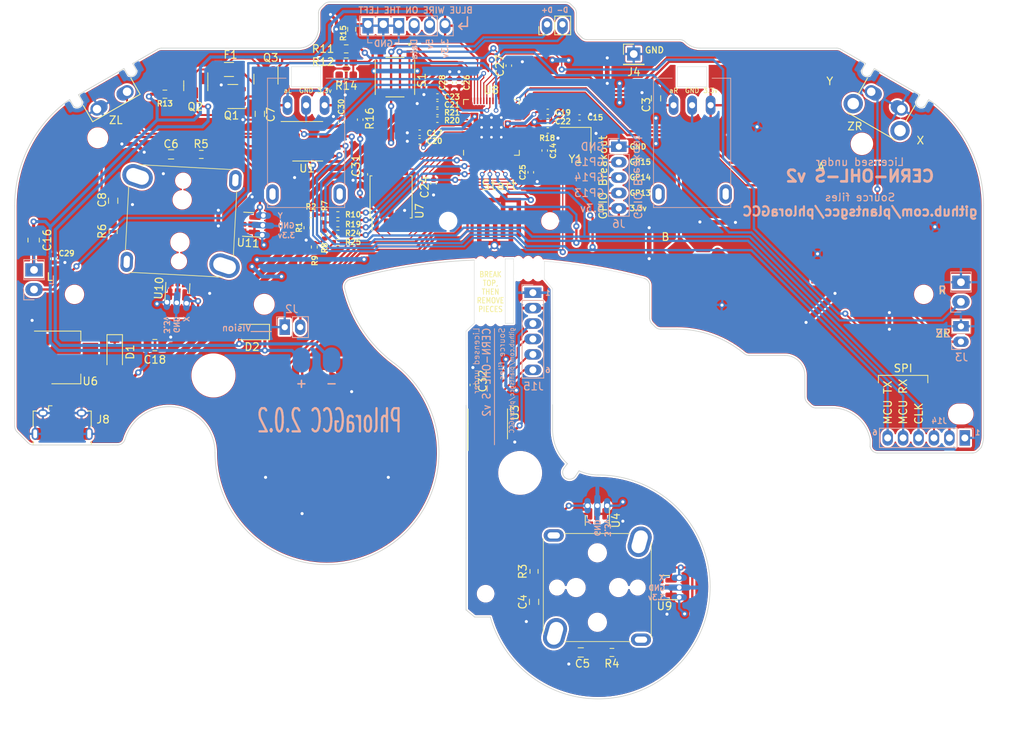
<source format=kicad_pcb>
(kicad_pcb (version 20211014) (generator pcbnew)
  (layers (0 "F.Cu" signal) (31 "B.Cu" signal) (36 "B.SilkS" user "B.Silkscreen") (37 "F.SilkS" user "F.Silkscreen") (38 "B.Mask" user) (39 "F.Mask" user) (44 "Edge.Cuts" user))
  (net 0 "")
  (net 1 "GND")
  (net 2 "+3V3")
  (net 3 "/A")
  (net 4 "/B")
  (net 5 "/X")
  (net 6 "/Y")
  (net 7 "/R")
  (net 8 "/Start")
  (net 9 "/Z")
  (net 10 "/Dleft")
  (net 11 "/Dup")
  (net 12 "/Dright")
  (net 13 "/Ddown")
  (net 14 "/Lanalog")
  (net 15 "/Ranalog")
  (net 16 "/L")
  (net 17 "/Stick_x_filt")
  (net 18 "/Stick_y_filt")
  (net 19 "/Ladder1")
  (net 20 "/Rumble")
  (net 21 "/C_x_filt")
  (net 22 "/C_y_filt")
  (net 23 "Net-(Q1-Pad1)")
  (net 24 "Net-(F1-Pad2)")
  (net 25 "Net-(Q1-Pad3)")
  (net 26 "/Brake")
  (net 27 "Net-(Q3-Pad1)")
  (net 28 "Net-(D2-Pad2)")
  (net 29 "VCC")
  (net 32 "/XIN")
  (net 33 "Net-(C15-Pad1)")
  (net 34 "+1V1")
  (net 35 "+5V")
  (net 36 "/V")
  (net 37 "/USB_D+")
  (net 38 "/USB_D-")
  (net 39 "/~{USB_BOOT}")
  (net 40 "/QSPI_SS")
  (net 41 "/XOUT")
  (net 42 "Net-(R20-Pad2)")
  (net 43 "Net-(R21-Pad2)")
  (net 44 "/QSPI_SD1")
  (net 45 "/QSPI_SD2")
  (net 46 "/QSPI_SD0")
  (net 47 "/QSPI_SCLK")
  (net 48 "/QSPI_SD3")
  (net 49 "/Ladder2")
  (net 50 "/Ladder3")
  (net 51 "/Ladder4")
  (net 52 "Net-(R1-Pad1)")
  (net 53 "Net-(R10-Pad1)")
  (net 54 "Net-(R19-Pad1)")
  (net 55 "Net-(R24-Pad1)")
  (net 56 "/GPIO12")
  (net 57 "/GPIO13")
  (net 58 "/GPIO14")
  (net 59 "/GPIO15")
  (net 60 "/SWCLK")
  (net 61 "/SWD")
  (net 62 "/RUN")
  (net 63 "/CS2")
  (net 64 "/CLK")
  (net 65 "/Dout")
  (net 66 "/Din")
  (net 67 "/GCC_DATA")
  (net 69 "/CS1")
  (net 70 "/H1XS")
  (net 71 "/H1YS")
  (net 72 "/H2YS")
  (net 73 "/H2XS")
  (net 74 "Net-(D1-Pad2)")
  (net 75 "/CLK2")
  (net 76 "/Dout2")
  (net 77 "/Din2")
  (net 78 "/CS2_2")
  (net 79 "/GND_C")
  (footprint "PhobGCC_2_0_0_footprints:ABXY_Contact_Omron_Switch" (layer "F.Cu") (at 152.24 51.08)
    (fp_text reference "SW1" hide)
    (fp_text value "A" hide)
  )
  (footprint "PhobGCC_2_0_0_footprints:ABXY_Contact_Omron_Switch" (layer "F.Cu") (at 137.04 58.78 41)
    (fp_text reference "SW2" hide)
    (fp_text value "B" hide)
  )
  (footprint "PhobGCC_2_0_0_footprints:Z_Switch_Edge_Omron" (layer "F.Cu") (at 161.141443 35.505 -30)
    (fp_text reference "SW8" hide)
    (fp_text value "Z" hide)
  )
  (footprint "PhobGCC_2_0_0_footprints:Dpad_Contact_TL3315NF_2" (layer "F.Cu") (at 80.74 81.13 180)
    (fp_text reference "SW9" hide)
    (fp_text value "Dleft" hide)
  )
  (footprint "PhobGCC_2_0_0_footprints:Dpad_Contact_TL3315NF_2" (layer "F.Cu") (at 88.69 73.18 -90)
    (fp_text reference "SW10" hide)
    (fp_text value "Dup" hide)
  )
  (footprint "PhobGCC_2_0_0_footprints:Dpad_Contact_TL3315NF_2" (layer "F.Cu") (at 96.64 81.13 180)
    (fp_text reference "SW11" hide)
    (fp_text value "Dright" hide)
  )
  (footprint "PhobGCC_2_0_0_footprints:Dpad_Contact_TL3315NF_2" (layer "F.Cu") (at 88.69 89.08 90)
    (fp_text reference "SW12" hide)
    (fp_text value "Ddown" hide)
  )
  (footprint "PhobGCC_2_0_0_footprints:GCC_Stickbox_Hall_Only" (layer "F.Cu") (at 69.795083 51.128232 177)
    (fp_text reference "U2" hide)
    (fp_text value "Stickbox_Assembly_Main")
  )
  (footprint "PhobGCC_2_0_0_footprints:C_0603_HandSoldering" (layer "F.Cu") (at 80 37.25 -90)
    (fp_text reference "C7")
    (fp_text value "0.047u")
  )
  (footprint "PhobGCC_2_0_0_footprints:C_0603_HandSoldering" (layer "F.Cu") (at 131.318 35.24 90)
    (fp_text reference "C3")
    (fp_text value "0.047u")
  )
  (footprint "PhobGCC_2_0_0_footprints:Start_Contact" (layer "F.Cu") (at 110.99 51.18)
    (fp_text reference "SW5" hide)
    (fp_text value "Start")
  )
  (footprint "PhobGCC_2_0_0_footprints:ABXY_Contact_Omron_Switch" (layer "F.Cu") (at 148.24 36.98 -63)
    (fp_text reference "SW4" hide)
    (fp_text value "Y" hide)
  )
  (footprint "PhobGCC_2_0_0_footprints:MountingHole_5.2mm" (layer "F.Cu") (at 73.99 71.13)
    (fp_text reference "H1" hide)
    (fp_text value "5.2mm")
  )
  (footprint "PhobGCC_2_0_0_footprints:MountingHole_2.0mm" (layer "F.Cu") (at 55.99 60.63)
    (fp_text reference "H3" hide)
    (fp_text value "2mm")
  )
  (footprint "PhobGCC_2_0_0_footprints:MountingHole_1.8mm" (layer "F.Cu") (at 104.39 51.13)
    (fp_text reference "H5" hide)
    (fp_text value "1.8mm")
  )
  (footprint "PhobGCC_2_0_0_footprints:MountingHole_1.8mm" (layer "F.Cu") (at 117.59 51.13)
    (fp_text reference "H6" hide)
    (fp_text value "1.8mm")
  )
  (footprint "PhobGCC_2_0_0_footprints:MountingHole_2.4mm" (layer "F.Cu") (at 157.99 41.13)
    (fp_text reference "H7" hide)
    (fp_text value "2.4mm")
  )
  (footprint "PhobGCC_2_0_0_footprints:MountingHole_2.0mm" (layer "F.Cu") (at 165.99 60.63)
    (fp_text reference "H4" hide)
    (fp_text value "2mm")
  )
  (footprint "PhobGCC_2_0_0_footprints:MountingHole_2.2mm" (layer "F.Cu") (at 59.006622 40.346621)
    (fp_text reference "H8" hide)
    (fp_text value "2.2mm")
  )
  (footprint "PhobGCC_2_0_0_footprints:ABXY_Contact_Omron_Switch" (layer "F.Cu") (at 166.54 47.68 12)
    (fp_text reference "SW3" hide)
    (fp_text value "X" hide)
  )
  (footprint "PhobGCC_2_0_0_footprints:Slot" (layer "F.Cu") (at 170.79 76.13)
    (fp_text reference "H2" hide)
    (fp_text value "Slot")
  )
  (footprint "PhobGCC_2_0_0_footprints:MountingHole_2.2mm" (layer "F.Cu") (at 80.573378 61.913378)
    (fp_text reference "H9" hide)
    (fp_text value "2.2mm")
  )
  (footprint "PhobGCC_2_0_0_footprints:Fuse_1206_3216Metric" (layer "F.Cu") (at 76 31.5)
    (fp_text reference "F1")
    (fp_text value "Fuse")
  )
  (footprint "PhobGCC_2_0_0_footprints:R_0603_1608Metric_Pad0.98x0.95mm_HandSolder" (layer "F.Cu") (at 91.19 32.23)
    (fp_text reference "R14")
    (fp_text value "10k")
  )
  (footprint "PhobGCC_2_0_0_footprints:SOIC-8_5.23x5.23mm_P1.27mm" (layer "F.Cu") (at 97 48 90)
    (fp_text reference "U7")
    (fp_text value "W25Q128JVS")
  )
  (footprint "PhobGCC_2_0_0_footprints:R_0402_1005Metric" (layer "F.Cu") (at 90.106 51.5)
    (fp_text reference "R19")
    (fp_text value "316")
  )
  (footprint "PhobGCC_2_0_0_footprints:R_0402_1005Metric" (layer "F.Cu") (at 86.606 50.3 180)
    (fp_text reference "R2")
    (fp_text value "180")
  )
  (footprint "PhobGCC_2_0_0_footprints:C_0402_1005Metric" (layer "F.Cu") (at 100.7 39.7 180)
    (fp_text reference "C17")
    (fp_text value "100n")
  )
  (footprint "PhobGCC_2_0_0_footprints:SOT-223-3_TabPin2" (layer "F.Cu") (at 54.9 68.8)
    (fp_text reference "U6")
    (fp_text value "AMS1117-3.3")
  )
  (footprint "PhobGCC_2_0_0_footprints:C_0402_1005Metric" (layer "F.Cu") (at 53.25 56.02 -90)
    (fp_text reference "C29")
    (fp_text value "100n")
  )
  (footprint "PhobGCC_2_0_0_footprints:Crystal_SMD_3225-4Pin_3.2x2.5mm" (layer "F.Cu") (at 120.9 40.65 180)
    (fp_text reference "Y1")
    (fp_text value "Crystal_GND24")
  )
  (footprint "PhobGCC_2_0_0_footprints:C_0402_1005Metric" (layer "F.Cu") (at 103 37)
    (fp_text reference "R21")
    (fp_text value "27")
  )
  (footprint "PhobGCC_2_0_0_footprints:R_0402_1005Metric" (layer "F.Cu") (at 88.356 50.8 90)
    (fp_text reference "R7")
    (fp_text value "180")
  )
  (footprint "PhobGCC_2_0_0_footprints:C_0402_1005Metric" (layer "F.Cu") (at 103 38)
    (fp_text reference "R20")
    (fp_text value "27")
  )
  (footprint "PhobGCC_2_0_0_footprints:C_0603_HandSoldering" (layer "F.Cu") (at 121.568 107.01 180)
    (fp_text reference "C5")
    (fp_text value "0.047u")
  )
  (footprint "PhobGCC_2_0_0_footprints:SW_TS-1187A-B-A-B" (layer "F.Cu") (at 97.5 32.5 -90)
    (fp_text reference "S1")
    (fp_text value "BOOTSEL")
  )
  (footprint "PhobGCC_2_0_0_footprints:C_0402_1005Metric" (layer "F.Cu") (at 105.8 33.2 90)
    (fp_text reference "C26")
    (fp_text value "100n")
  )
  (footprint "PhobGCC_2_0_0_footprints:SOT-23" (layer "F.Cu") (at 132.418 98.61 180)
    (fp_text reference "U9")
    (fp_text value "DRV5055A2xDBZxQ1")
  )
  (footprint "PhobGCC_2_0_0_footprints:C_0402_1005Metric" (layer "F.Cu") (at 102.5 46.25 -90)
    (fp_text reference "C24")
    (fp_text value "100n")
  )
  (footprint "PhobGCC_2_0_0_footprints:C_0402_1005Metric" (layer "F.Cu") (at 90.551 38.354 90)
    (fp_text reference "C30")
    (fp_text value "100n")
  )
  (footprint "PhobGCC_2_0_0_footprints:SOT-23" (layer "F.Cu") (at 123.716 89.91 -90)
    (fp_text reference "U4")
    (fp_text value "DRV5055A2xDBZxQ1")
  )
  (footprint "PhobGCC_2_0_0_footprints:Z_Switch_Edge_Omron" (layer "F.Cu") (at 60.85277 35.505 30)
    (fp_text reference "SW8L" hide)
    (fp_text value "ZL" hide)
  )
  (footprint "PhobGCC_2_0_0_footprints:R_0402_1005Metric" (layer "F.Cu") (at 90.106 50.3)
    (fp_text reference "R10")
    (fp_text value "316")
  )
  (footprint "PhobGCC_2_0_0_footprints:C_0402_1005Metric" (layer "F.Cu") (at 116.9 42 -90)
    (fp_text reference "C14")
    (fp_text value "27p")
  )
  (footprint "PhobGCC_2_0_0_footprints:C_0402_1005Metric" (layer "F.Cu") (at 107.5944 72.3646 90)
    (fp_text reference "C32")
    (fp_text value "100n")
  )
  (footprint "PhobGCC_2_0_0_footprints:R_0402_1005Metric" (layer "F.Cu") (at 87.056 54.5 90)
    (fp_text reference "R9")
    (fp_text value "180")
  )
  (footprint "PhobGCC_2_0_0_footprints:C_0805_2012Metric" (layer "F.Cu") (at 50.7 53.6 -90)
    (fp_text reference "C16")
    (fp_text value "10u")
  )
  (footprint "PhobGCC_2_0_0_footprints:R_0402_1005Metric" (layer "F.Cu") (at 86.106 52 -90)
    (fp_text reference "R1")
    (fp_text value "180")
  )
  (footprint "PhobGCC_2_0_0_footprints:SOIC-8_3.9x4.9mm_P1.27mm" (layer "F.Cu") (at 109.518 77.41 90)
    (fp_text reference "U3")
    (fp_text value "MCP3002")
  )
  (footprint "PhobGCC_2_0_0_footprints:C_0402_1005Metric" (layer "F.Cu") (at 117.3 38.2)
    (fp_text reference "C22")
    (fp_text value "100n")
  )
  (footprint "PhobGCC_2_0_0_footprints:RP2040-QFN-56" (layer "F.Cu") (at 110 39 90)
    (fp_text reference "U8")
    (fp_text value "RP2040")
  )
  (footprint "PhobGCC_2_0_0_footprints:C_0402_1005Metric" (layer "F.Cu") (at 100.7 40.8 180)
    (fp_text reference "C20")
    (fp_text value "100n")
  )
  (footprint "PhobGCC_2_0_0_footprints:SOT-23" (layer "F.Cu") (at 80.79 32.75 -90)
    (fp_text reference "Q3")
    (fp_text value "Q_NMOS_GSD")
  )
  (footprint "PhobGCC_2_0_0_footprints:R_0402_1005Metric" (layer "F.Cu") (at 90.106 53.9)
    (fp_text reference "R25")
    (fp_text value "316")
  )
  (footprint "PhobGCC_2_0_0_footprints:R_0603_1608Metric_Pad0.98x0.95mm_HandSolder" (layer "F.Cu") (at 67.7 34.7 180)
    (fp_text reference "R13")
    (fp_text value "10k")
  )
  (footprint "PhobGCC_2_0_0_footprints:PinHeader_1x01_P2.54mm_Vertical" (layer "F.Cu") (at 128.43 29.55)
    (fp_text reference "J4")
    (fp_text value "Conn_01x01")
  )
  (footprint "PhobGCC_2_0_0_footprints:C_0603_HandSoldering" (layer "F.Cu") (at 115.518 100.46 -90)
    (fp_text reference "C4")
    (fp_text value "0.047u")
  )
  (footprint "PhobGCC_2_0_0_footprints:breakaway-mousebites-double-v2-small" (layer "F.Cu") (at 114.5272 56.049325 180)
    (fp_text reference "H14" hide)
    (fp_text value "MouseBite" hide)
  )
  (footprint "PhobGCC_2_0_0_footprints:C_0603_HandSoldering" (layer "F.Cu") (at 68.5 42.5 180)
    (fp_text reference "C6")
    (fp_text value "0.047u")
  )
  (footprint "PhobGCC_2_0_0_footprints:C_0402_1005Metric" (layer "F.Cu") (at 93.599 45.085 -90)
    (fp_text reference "C31")
    (fp_text value "100n")
  )
  (footprint "PhobGCC_2_0_0_footprints:R_0603_1608Metric_Pad0.98x0.95mm_HandSolder" (layer "F.Cu") (at 91.9 26.3 -90)
    (fp_text reference "R15")
    (fp_text value "10k")
  )
  (footprint "PhobGCC_2_0_0_footprints:R_0603_1608Metric_Pad0.98x0.95mm_HandSolder" (layer "F.Cu") (at 115.518 96.51 90)
    (fp_text reference "R3")
    (fp_text value "2k")
  )
  (footprint "PhobGCC_2_0_0_footprints:C_0402_1005Metric" (layer "F.Cu") (at 117.3 39.4)
    (fp_text reference "R18")
    (fp_text value "1k")
  )
  (footprint "PhobGCC_2_0_0_footprints:R_0402_1005Metric" (layer "F.Cu") (at 90.106 52.7)
    (fp_text reference "R24")
    (fp_text value "316")
  )
  (footprint "PhobGCC_2_0_0_footprints:SOT-23" (layer "F.Cu") (at 78.475 51.575 177)
    (fp_text reference "U11")
    (fp_text value "DRV5055A2xDBZxQ1")
  )
  (footprint "PhobGCC_2_0_0_footprints:GCC_Stickbox_Hall_Only" (layer "F.Cu") (at 123.719 98.604552 -90)
    (fp_text reference "U5" hide)
    (fp_text value "Stickbox_Assembly_CStick")
  )
  (footprint "PhobGCC_2_0_0_footprints:SOT-23" (layer "F.Cu") (at 69.350935 59.811215 87)
    (fp_text reference "U10")
    (fp_text value "DRV5055A2xDBZxQ1")
  )
  (footprint "PhobGCC_2_0_0_footprints:R_0603_1608Metric_Pad0.98x0.95mm_HandSolder" (layer "F.Cu") (at 125.6055 107.01)
    (fp_text reference "R4")
    (fp_text value "2k")
  )
  (footprint "PhobGCC_2_0_0_footprints:breakaway-mousebites-double-v2-large" (layer "F.Cu") (at 110.1104 62.67685)
    (fp_text reference "H15" hide)
    (fp_text value "MouseBite" hide)
  )
  (footprint "PhobGCC_2_0_0_footprints:R_0603_1608Metric_Pad0.98x0.95mm_HandSolder" (layer "F.Cu") (at 61 52.5 -90)
    (fp_text reference "R6")
    (fp_text value "2k")
  )
  (footprint "PhobGCC_2_0_0_footprints:D_SOD-123" (layer "F.Cu") (at 61.2 68.1 -90)
    (fp_text reference "D1")
    (fp_text value "MBR0520")
  )
  (footprint "PhobGCC_2_0_0_footprints:MountingHole_5.2mm" (layer "F.Cu") (at 113.719 83.754552 90)
    (fp_text reference "H11" hide)
    (fp_text value "MountingHole")
  )
  (footprint "PhobGCC_2_0_0_footprints:R_0402_1005Metric" (layer "F.Cu") (at 88.356 52.9 90)
    (fp_text reference "R8")
    (fp_text value "180")
  )
  (footprint "PhobGCC_2_0_0_footprints:C_0402_1005Metric" (layer "F.Cu") (at 104.6 33.2 90)
    (fp_text reference "C28")
    (fp_text value "100n")
  )
  (footprint "PhobGCC_2_0_0_footprints:C_0402_1005Metric" (layer "F.Cu") (at 103 36 180)
    (fp_text reference "C21")
    (fp_text value "1u")
  )
  (footprint "PhobGCC_2_0_0_footprints:PinHeader_1x02_P2.00mm_Vertical" (layer "F.Cu") (at 117.2 25.65 90)
    (fp_text reference "J11" hide)
    (fp_text value "Conn_01x02" hide)
  )
  (footprint "PhobGCC_2_0_0_footprints:SOT-23" (layer "F.Cu") (at 76.5 35 180)
    (fp_text reference "Q1")
    (fp_text value "Q_NMOS_GSD")
  )
  (footprint "PhobGCC_2_0_0_footprints:C_0402_1005Metric" (layer "F.Cu") (at 93 38 90)
    (fp_text reference "R16")
    (fp_text value "1k")
  )
  (footprint "PhobGCC_2_0_0_footprints:C_0402_1005Metric" (layer "F.Cu") (at 121.412 37.719)
    (fp_text reference "C15")
    (fp_text value "27p")
  )
  (footprint "PhobGCC_2_0_0_footprints:D_SOD-123" (layer "F.Cu") (at 79 65.51 180)
    (fp_text reference "D2")
    (fp_text value "M7C")
  )
  (footprint "PhobGCC_2_0_0_footprints:C_0402_1005Metric" (layer "F.Cu") (at 103 35 180)
    (fp_text reference "C23")
    (fp_text value "1u")
  )
  (footprint "PhobGCC_2_0_0_footprints:MountingHole_2.0mm" (layer "F.Cu") (at 123.719 94.104552 90)
    (fp_text reference "H13" hide)
    (fp_text value "MountingHole")
  )
  (footprint "PhobGCC_2_0_0_footprints:USB_Micro-B_Amphenol_10118194_Horizontal" (layer "F.Cu") (at 54.4 77.4)
    (fp_text reference "J8")
    (fp_text value "USB_B_Micro")
  )
  (footprint "PhobGCC_2_0_0_footprints:R_0603_1608Metric_Pad0.98x0.95mm_HandSolder" (layer "F.Cu") (at 91.19 28.83 180)
    (fp_text reference "R11")
    (fp_text value "100R")
  )
  (footprint "PhobGCC_2_0_0_footprints:C_0402_1005Metric" (layer "F.Cu") (at 115.1 44.82 -90)
    (fp_text reference "C25")
    (fp_text value "100n")
  )
  (footprint "PhobGCC_2_0_0_footprints:R_0603_1608Metric_Pad0.98x0.95mm_HandSolder" (layer "F.Cu") (at 72.4125 42.5)
    (fp_text reference "R5")
    (fp_text value "2k")
  )
  (footprint "PhobGCC_2_0_0_footprints:MountingHole_2.0mm" (layer "F.Cu") (at 123.719 103.104552 90)
    (fp_text reference "H12" hide)
    (fp_text value "MountingHole")
  )
  (footprint "PhobGCC_2_0_0_footprints:SOIC-8_3.9x4.9mm_P1.27mm" (layer "F.Cu") (at 86.2 40.8)
    (fp_text reference "U1")
    (fp_text value "MCP3002")
  )
  (footprint "PhobGCC_2_0_0_footprints:MountingHole_1.8mm" (layer "F.Cu") (at 109.244 99.404552 90)
    (fp_text reference "H10" hide)
    (fp_text value "MountingHole")
  )
  (footprint "PhobGCC_2_0_0_footprints:C_0603_HandSoldering" (layer "F.Cu") (at 61 48.5 90)
    (fp_text reference "C8")
    (fp_text value "0.047u")
  )
  (footprint "PhobGCC_2_0_0_footprints:C_0402_1005Metric" (layer "F.Cu") (at 112.25 31 90)
    (fp_text reference "C27")
    (fp_text value "100n")
  )
  (footprint "PhobGCC_2_0_0_footprints:C_0805_2012Metric" (layer "F.Cu") (at 66.4 67.2)
    (fp_text reference "C18")
    (fp_text value "10u")
  )
  (footprint "PhobGCC_2_0_0_footprints:SOT-23" (layer "F.Cu") (at 71.7 33.6 -90)
    (fp_text reference "Q2")
    (fp_text value "Q_PMOS_GDS")
  )
  (footprint "PhobGCC_2_0_0_footprints:R_0603_1608Metric_Pad0.98x0.95mm_HandSolder" (layer "F.Cu") (at 91.19 30.53 180)
    (fp_text reference "R12")
    (fp_text value "100R")
  )
  (footprint "PhobGCC_2_0_0_footprints:C_0402_1005Metric" (layer "F.Cu") (at 117.3 37)
    (fp_text reference "C19")
    (fp_text value "100n")
  )
  (footprint "PhobGCC_2_0_0_footprints:Pin_Header_Straight_1x02_Pitch2.54mm" (layer "B.Cu") (at 50.75 60)
    (fp_text reference "SW6" hide)
    (fp_text value "L" hide)
  )
  (footprint "PhobGCC_2_0_0_footprints:Pin_Header_Straight_1x02_Pitch2.54mm" (layer "B.Cu") (at 170.815 61.595)
    (fp_text reference "SW7" hide)
    (fp_text value "R" hide)
  )
  (footprint "PhobGCC_2_0_0_footprints:GCC_Slider" (layer "B.Cu") (at 135.99 36.13 180)
    (fp_text reference "RV2" hide)
    (fp_text value "R_POT_MountingPin")
  )
  (footprint "PhobGCC_2_0_0_footprints:GCC_Slider" (layer "B.Cu") (at 85.99 36.13 180)
    (fp_text reference "RV1" hide)
    (fp_text value "R_POT_MountingPin")
  )
  (footprint "PhobGCC_2_0_0_footprints:GCC_Header_Straight_1x06_Pitch2.00mm" (layer "B.Cu") (at 103.99 25.63 90)
    (fp_text reference "J1" hide)
    (fp_text value "Conn_01x06_Female")
  )
  (footprint "PhobGCC_2_0_0_footprints:PinHeader_1x02_P2.00mm_Horizontal" (layer "B.Cu") (at 170.815 64.761 180)
    (fp_text reference "J3")
    (fp_text value "Conn_01x02")
  )
  (footprint "Connector_PinSocket_2.00mm:PinSocket_1x06_P2.00mm_Vertical" (layer "B.Cu") (at 126.5 51.5)
    (fp_text reference "J6")
    (fp_text value "Conn_01x06")
  )
  (footprint "PhobGCC_2_0_0_footprints:PinSocket_1x06_P2.00mm_Vertical" (layer "B.Cu") (at 115.3668 60.41 180)
    (fp_text reference "J15")
    (fp_text value "Conn_01x06")
  )
  (footprint "PhobGCC_2_0_0_footprints:rumble_pins" (layer "B.Cu") (at 86.182 69.118 -90)
    (fp_text reference "J5" hide)
    (fp_text value "Rumble" hide)
  )
  (footprint "PhobGCC_2_0_0_footprints:PinSocket_1x06_P2.00mm_Vertical" (layer "B.Cu") (at 171.3192 79.2226 90)
    (fp_text reference "J14")
    (fp_text value "Conn_01x06")
  )
  (footprint "PhobGCC_2_0_0_footprints:PinHeader_1x02_P2.00mm_Vertical" (layer "B.Cu") (at 83.2264 64.8716 -90)
    (fp_text reference "J2")
    (fp_text value "Conn_01x02")
  )
  (gr_line (start 106.172 26.3144) (end 105.7656 25.908) (layer "B.SilkS") (width 0.2))
  (gr_line (start 106.8832 24.6888) (end 106.8832 25.908) (layer "B.SilkS") (width 0.2))
  (gr_line (start 94.5388 28.0416) (end 93.98 28.0416) (layer "B.SilkS") (width 0.12))
  (gr_line (start 97.536 28.0416) (end 97.9932 28.0416) (layer "B.SilkS") (width 0.12))
  (gr_line (start 110.3884 65.0748) (end 110.3884 80.1116) (layer "B.SilkS") (width 0.12))
  (gr_line (start 97.9932 28.0416) (end 97.9932 27.5336) (layer "B.SilkS") (width 0.12))
  (gr_line (start 105.7656 25.908) (end 106.172 25.5016) (layer "B.SilkS") (width 0.2))
  (gr_line (start 106.8832 25.908) (end 105.7656 25.908) (layer "B.SilkS") (width 0.2))
  (gr_line (start 93.98 28.0416) (end 93.98 27.5336) (layer "B.SilkS") (width 0.12))
  (gr_line (start 160.1216 71.12) (end 160.1216 72.0852) (layer "F.SilkS") (width 0.12))
  (gr_line (start 166.5224 71.12) (end 166.5224 72.0852) (layer "F.SilkS") (width 0.12))
  (gr_line (start 160.1216 71.12) (end 166.5224 71.12) (layer "F.SilkS") (width 0.12))
  (gr_line (start 84.09 33.73) (end 84.09 31.13) (layer "Edge.Cuts") (width 0.05))
  (gr_line (start 134.09 33.73) (end 134.09 31.13) (layer "Edge.Cuts") (width 0.05))
  (gr_line (start 112.86 64.388391) (end 112.8618 56.326618) (layer "Edge.Cuts") (width 0.05))
  (gr_line (start 160.035421 81.176124) (end 172.317318 81.176124) (layer "Edge.Cuts") (width 0.1))
  (gr_line (start 165.087895 35.462132) (end 165.486672 34.768607) (layer "Edge.Cuts") (width 0.1))
  (gr_arc (start 50.663 80.14) (mid 50.279398 80.062098) (end 49.954213 79.844213) (layer "Edge.Cuts") (width 0.1))
  (gr_line (start 51.645 80.139957) (end 50.663 80.14) (layer "Edge.Cuts") (width 0.1))
  (gr_line (start 119.842883 82.558942) (end 119.376378 83.178617) (layer "Edge.Cuts") (width 0.1))
  (gr_line (start 150.597106 71.137107) (end 150.597106 73.922893) (layer "Edge.Cuts") (width 0.1))
  (gr_line (start 152.011319 75.337107) (end 154.134915 75.337107) (layer "Edge.Cuts") (width 0.1))
  (gr_line (start 158.464731 30.730991) (end 155.228573 28.8702) (layer "Edge.Cuts") (width 0.1))
  (gr_arc (start 166.214873 36.110144) (mid 165.327396 36.349596) (end 165.087895 35.462132) (layer "Edge.Cuts") (width 0.1))
  (gr_line (start 134.09 31.13) (end 137.89 31.13) (layer "Edge.Cuts") (width 0.05))
  (gr_line (start 48.247107 49.137108) (end 48.247107 76.664) (layer "Edge.Cuts") (width 0.1))
  (gr_line (start 173.024425 80.883231) (end 173.438638 80.469018) (layer "Edge.Cuts") (width 0.1))
  (gr_line (start 159.591709 31.379003) (end 159.192932 32.072529) (layer "Edge.Cuts") (width 0.1))
  (gr_line (start 87.89 33.73) (end 84.09 33.73) (layer "Edge.Cuts") (width 0.05))
  (gr_line (start 106.7054 65.3796) (end 107.7722 64.3636) (layer "Edge.Cuts") (width 0.05))
  (gr_arc (start 129.749616 58.543703) (mid 130.288467 58.899951) (end 130.497106 59.511297) (layer "Edge.Cuts") (width 0.1))
  (gr_line (start 106.715107 101.504552) (end 107.824 102.423717) (layer "Edge.Cuts") (width 0.1))
  (gr_arc (start 90.998864 59.88648) (mid 91.110473 59.140878) (end 91.710992 58.685076) (layer "Edge.Cuts") (width 0.1))
  (gr_arc (start 87.597106 26.137107) (mid 86.835584 27.975585) (end 84.997107 28.737107) (layer "Edge.Cuts") (width 0.1))
  (gr_line (start 87.597106 24.180963) (end 87.597106 26.137107) (layer "Edge.Cuts") (width 0.1))
  (gr_arc (start 87.597106 24.180963) (mid 87.67324 23.798285) (end 87.889999 23.473856) (layer "Edge.Cuts") (width 0.1))
  (gr_arc (start 116.8618 56.326618) (mid 123.353576 57.156903) (end 129.749616 58.543702) (layer "Edge.Cuts") (width 0.05))
  (gr_line (start 166.997106 35.637107) (end 166.61365 35.41662) (layer "Edge.Cuts") (width 0.1))
  (gr_arc (start 131.911318 65.137107) (mid 131.528632 65.060994) (end 131.204212 64.844213) (layer "Edge.Cuts") (width 0.1))
  (gr_arc (start 136.997106 28.737107) (mid 135.981533 28.530562) (end 135.127319 27.943733) (layer "Edge.Cuts") (width 0.1))
  (gr_arc (start 123.824 84.023717) (mid 122.552654 83.885186) (end 121.341069 83.475824) (layer "Edge.Cuts") (width 0.1))
  (gr_line (start 62.801281 32.07253) (end 62.402504 31.379004) (layer "Edge.Cuts") (width 0.1))
  (gr_line (start 120.874563 84.176335) (end 121.341069 83.475824) (layer "Edge.Cuts") (width 0.1))
  (gr_line (start 130.789999 64.43) (end 131.204212 64.844213) (layer "Edge.Cuts") (width 0.1))
  (gr_arc (start 66.76564 28.870201) (mid 67.006144 28.770955) (end 67.264111 28.737107) (layer "Edge.Cuts") (width 0.1))
  (gr_line (start 106.718 82.260552) (end 106.717957 82.882552) (layer "Edge.Cuts") (width 0.1))
  (gr_line (start 159.064982 79.503773) (end 159.049408 80.34279) (layer "Edge.Cuts") (width 0.1))
  (gr_line (start 106.717957 92.183552) (end 106.715107 101.504552) (layer "Edge.Cuts") (width 0.1))
  (gr_arc (start 120.704213 23.473856) (mid 120.920996 23.798275) (end 120.997106 24.180963) (layer "Edge.Cuts") (width 0.1))
  (gr_arc (start 56.906318 35.462133) (mid 56.666815 36.3496) (end 55.77934 36.110145) (layer "Edge.Cuts") (width 0.1))
  (gr_line (start 150.889999 74.63) (end 151.304212 75.044213) (layer "Edge.Cuts") (width 0.1))
  (gr_line (start 111.7788 64.389609) (end 111.7788 56.03) (layer "Edge.Cuts") (width 0.05))
  (gr_line (start 117.924 78.123717) (end 117.924 74.923717) (layer "Edge.Cuts") (width 0.1))
  (gr_arc (start 166.997106 35.637107) (mid 171.965561 41.590379) (end 173.747106 49.137107) (layer "Edge.Cuts") (width 0.1))
  (gr_line (start 88.304212 23.059643) (end 87.889999 23.473856) (layer "Edge.Cuts") (width 0.1))
  (gr_line (start 112.8618 56.03) (end 112.8618 56.326618) (layer "Edge.Cuts") (width 0.05))
  (gr_arc (start 133.997106 65.137106) (mid 138.639987 65.953411) (end 142.725996 68.304417) (layer "Edge.Cuts") (width 0.1))
  (gr_arc (start 143.367271 68.537106) (mid 143.026181 68.477126) (end 142.725996 68.304417) (layer "Edge.Cuts") (width 0.1))
  (gr_line (start 166.61365 35.41662) (end 166.214873 36.110145) (layer "Edge.Cuts") (width 0.1))
  (gr_line (start 60.946 80.139957) (end 51.645 80.139957) (layer "Edge.Cuts") (width 0.1))
  (gr_line (start 137.89 31.13) (end 137.89 33.73) (layer "Edge.Cuts") (width 0.05))
  (gr_line (start 120.997106 26.224375) (end 120.997106 24.180963) (layer "Edge.Cuts") (width 0.1))
  (gr_arc (start 122.411319 27.638589) (mid 122.028633 27.562474) (end 121.704212 27.345696) (layer "Edge.Cuts") (width 0.1))
  (gr_line (start 120.704212 23.473856) (end 120.289999 23.059643) (layer "Edge.Cuts") (width 0.1))
  (gr_arc (start 62.525292 79.424399) (mid 69.101063 75.238705) (end 74.197105 81.137107) (layer "Edge.Cuts") (width 0.1))
  (gr_line (start 84.09 31.13) (end 87.89 31.13) (layer "Edge.Cuts") (width 0.05))
  (gr_arc (start 154.134914 75.337106) (mid 157.362394 76.518301) (end 159.064982 79.503773) (layer "Edge.Cuts") (width 0.1))
  (gr_line (start 165.486672 34.768607) (end 159.591709 31.379003) (layer "Edge.Cuts") (width 0.1))
  (gr_line (start 63.529482 30.730992) (end 63.928259 31.424517) (layer "Edge.Cuts") (width 0.1))
  (gr_arc (start 121.289999 26.931482) (mid 121.073232 26.607056) (end 120.997106 26.224375) (layer "Edge.Cuts") (width 0.1))
  (gr_line (start 130.497106 59.511297) (end 130.497106 63.722893) (layer "Edge.Cuts") (width 0.1))
  (gr_arc (start 63.928259 31.424517) (mid 63.688818 32.312106) (end 62.801281 32.072529) (layer "Edge.Cuts") (width 0.1))
  (gr_arc (start 97.361544 69.510519) (mid 95.201553 94.096358) (end 74.197105 81.137107) (layer "Edge.Cuts") (width 0.1))
  (gr_line (start 111.7788 64.389609) (end 112.86 64.388391) (layer "Edge.Cuts") (width 0.05))
  (gr_arc (start 88.304212 23.059642) (mid 88.628634 22.842865) (end 89.011319 22.766749) (layer "Edge.Cuts") (width 0.1))
  (gr_line (start 107.824 102.423717) (end 109.858328 102.423717) (layer "Edge.Cuts") (width 0.1))
  (gr_arc (start 152.011318 75.337107) (mid 151.628632 75.260994) (end 151.304212 75.044213) (layer "Edge.Cuts") (width 0.1))
  (gr_line (start 134.40817 27.638589) (end 122.411319 27.638589) (layer "Edge.Cuts") (width 0.1))
  (gr_line (start 117.924 63.695835) (end 117.9068 59.8932) (layer "Edge.Cuts") (width 0.05))
  (gr_line (start 173.747106 78.922893) (end 173.747106 49.137107) (layer "Edge.Cuts") (width 0.1))
  (gr_arc (start 150.889999 74.63) (mid 150.673227 74.305576) (end 150.597106 73.922893) (layer "Edge.Cuts") (width 0.1))
  (gr_line (start 117.9068 59.8932) (end 116.8618 58.645093) (layer "Edge.Cuts") (width 0.05))
  (gr_arc (start 160.03542 81.176124) (mid 159.389924 80.939885) (end 159.049408 80.34279) (layer "Edge.Cuts") (width 0.1))
  (gr_line (start 55.77934 36.110146) (end 55.380563 35.416621) (layer "Edge.Cuts") (width 0.1))
  (gr_line (start 119.582892 22.766749) (end 89.011319 22.766749) (layer "Edge.Cuts") (width 0.1))
  (gr_line (start 154.730102 28.737107) (end 136.997106 28.737107) (layer "Edge.Cuts") (width 0.1))
  (gr_line (start 87.89 31.13) (end 87.89 33.73) (layer "Edge.Cuts") (width 0.05))
  (gr_line (start 48.54 78.43) (end 49.954213 79.844213) (layer "Edge.Cuts") (width 0.1))
  (gr_line (start 158.065954 31.424516) (end 158.464731 30.730991) (layer "Edge.Cuts") (width 0.1))
  (gr_arc (start 159.192932 32.072528) (mid 158.305412 32.312055) (end 158.065954 31.424516) (layer "Edge.Cuts") (width 0.1))
  (gr_arc (start 91.710992 58.685076) (mid 99.669286 56.966979) (end 107.773266 56.1848) (layer "Edge.Cuts") (width 0.1))
  (gr_line (start 111.7788 56.03) (end 112.8618 56.03) (layer "Edge.Cuts") (width 0.05))
  (gr_line (start 137.89 33.73) (end 134.09 33.73) (layer "Edge.Cuts") (width 0.05))
  (gr_arc (start 173.024425 80.883231) (mid 172.7 81.1) (end 172.317318 81.176124) (layer "Edge.Cuts") (width 0.1))
  (gr_line (start 117.924 74.923717) (end 117.924 63.695835) (layer "Edge.Cuts") (width 0.05))
  (gr_line (start 106.717957 82.882552) (end 106.717957 92.183552) (layer "Edge.Cuts") (width 0.1))
  (gr_line (start 66.76564 28.870201) (end 63.529482 30.730992) (layer "Edge.Cuts") (width 0.1))
  (gr_arc (start 173.747106 78.922894) (mid 173.669241 79.711192) (end 173.438638 80.469017) (layer "Edge.Cuts") (width 0.1))
  (gr_arc (start 119.582893 22.766749) (mid 119.965576 22.84287) (end 120.289999 23.059643) (layer "Edge.Cuts") (width 0.1))
  (gr_arc (start 97.361543 69.510519) (mid 93.338817 65.254761) (end 90.998865 59.886481) (layer "Edge.Cuts") (width 0.1))
  (gr_arc (start 147.997106 68.537107) (mid 149.835579 69.298634) (end 150.597106 71.137107) (layer "Edge.Cuts") (width 0.1))
  (gr_line (start 62.402504 31.379004) (end 56.507541 34.768608) (layer "Edge.Cuts") (width 0.1))
  (gr_line (start 116.8618 56.326618) (end 116.8618 58.645093) (layer "Edge.Cuts") (width 0.05))
  (gr_arc (start 120.874563 84.176335) (mid 119.626662 84.426561) (end 119.376378 83.178617) (layer "Edge.Cuts") (width 0.1))
  (gr_line (start 48.247107 76.664) (end 48.247 77.722893) (layer "Edge.Cuts") (width 0.1))
  (gr_arc (start 134.40817 27.638589) (mid 134.79878 27.718019) (end 135.127319 27.943733) (layer "Edge.Cuts") (width 0.1))
  (gr_arc (start 123.824 84.023717) (mid 135.374437 107.290544) (end 109.858328 102.423717) (layer "Edge.Cuts") (width 0.1))
  (gr_line (start 84.997107 28.737107) (end 67.264111 28.737107) (layer "Edge.Cuts") (width 0.1))
  (gr_line (start 106.718 82.260552) (end 106.718 75.005) (layer "Edge.Cuts") (width 0.1))
  (gr_line (start 61.57 80.14) (end 60.946 80.139957) (layer "Edge.Cuts") (width 0.1))
  (gr_arc (start 154.730102 28.737106) (mid 154.988068 28.770953) (end 155.228573 28.8702) (layer "Edge.Cuts") (width 0.1))
  (gr_line (start 121.704212 27.345696) (end 121.289999 26.931482) (layer "Edge.Cuts") (width 0.1))
  (gr_line (start 55.380563 35.416621) (end 54.997107 35.637108) (layer "Edge.Cuts") (width 0.1))
  (gr_arc (start 62.525291 79.424399) (mid 62.165506 79.939537) (end 61.57 80.14) (layer "Edge.Cuts") (width 0.1))
  (gr_line (start 56.507541 34.768608) (end 56.906318 35.462133) (layer "Edge.Cuts") (width 0.1))
  (gr_line (start 106.718 75.005) (end 106.7054 65.3796) (layer "Edge.Cuts") (width 0.05))
  (gr_line (start 107.7722 64.3636) (end 107.773266 56.1848) (layer "Edge.Cuts") (width 0.05))
  (gr_line (start 143.367271 68.537107) (end 147.997106 68.537107) (layer "Edge.Cuts") (width 0.1))
  (gr_arc (start 119.842883 82.558942) (mid 118.408322 80.546891) (end 117.924 78.123717) (layer "Edge.Cuts") (width 0.1))
  (gr_arc (start 130.789999 64.43) (mid 130.573227 64.105576) (end 130.497106 63.722893) (layer "Edge.Cuts") (width 0.1))
  (gr_arc (start 48.539999 78.43) (mid 48.323203 78.105575) (end 48.247 77.722893) (layer "Edge.Cuts") (width 0.1))
  (gr_arc (start 48.247107 49.137108) (mid 50.028653 41.590382) (end 54.997107 35.637108) (layer "Edge.Cuts") (width 0.1))
  (gr_line (start 131.911319 65.137107) (end 133.997106 65.137107) (layer "Edge.Cuts") (width 0.1))
  (gr_text "X" (at 132.4864 97.3328) (layer "B.SilkS") (effects (font (size 0.7 0.7)) (justify left mirror)))
  (gr_text "github.com/plantsgcc/phloraGCC" (at 157.734 49.8856) (layer "B.SilkS") (effects (font (size 1.2 1.2) (thickness 0.28)) (justify mirror)))
  (gr_text "D+" (at 117.2 23.8) (layer "B.SilkS") (effects (font (size 0.65 0.65)) (justify mirror)))
  (gr_text "github.com/plantsgcc/phloraGCC" (at 112.6236 64.8716 90) (layer "B.SilkS") (effects (font (size 0.6 0.54) (thickness 0.09)) (justify left mirror)))
  (gr_text "R" (at 168.402 60.0964) (layer "B.SilkS") (effects (font (size 1 1)) (justify mirror)))
  (gr_text "Source files" (at 111.3536 64.8716 90) (layer "B.SilkS") (effects (font (size 0.75 0.75) (thickness 0.1)) (justify left mirror)))
  (gr_text "____Vision" (at 78.2828 64.9732) (layer "B.SilkS") (effects (font (size 0.85 0.85)) (justify mirror)))
  (gr_text "D-" (at 119.2 23.8) (layer "B.SilkS") (effects (font (size 0.65 0.65)) (justify mirror)))
  (gr_text "6" (at 159.6644 78.5368) (layer "B.SilkS") (effects (font (size 0.65 0.65)) (justify mirror)))
  (gr_text "Data" (at 99.9744 27.432 90) (layer "B.SilkS") (effects (font (size 0.8 0.8)) (justify left mirror)))
  (gr_text "3.3v" (at 103.9876 27.432 90) (layer "B.SilkS") (effects (font (size 0.8 0.8)) (justify left mirror)))
  (gr_text "3.3v" (at 67.9196 63.3984 270) (layer "B.SilkS") (effects (font (size 0.7 0.7)) (justify right mirror)))
  (gr_text "3.3v" (at 124.714 49.4792) (layer "B.SilkS") (effects (font (size 1 1)) (justify left mirror)))
  (gr_text "3.3v" (at 82.2452 52.9844) (layer "B.SilkS") (effects (font (size 0.7 0.7)) (justify right mirror)))
  (gr_text "PhloraGCC 2.0.2" (at 89 77) (layer "B.SilkS") (effects (font (size 3 1.5) (thickness 0.3)) (justify mirror)))
  (gr_text "CERN-OHL-S v2" (at 109.3724 64.8716 90) (layer "B.SilkS") (effects (font (size 1 0.9)) (justify left mirror)))
  (gr_text "GP14" (at 124.714 45.466) (layer "B.SilkS") (effects (font (size 1 1)) (justify left mirror)))
  (gr_text "GND" (at 123.698 89.7128 270) (layer "B.SilkS") (effects (font (size 0.7 0.7)) (justify right mirror)))
  (gr_text "L" (at 53.086 58.7756) (layer "B.SilkS") (effects (font (size 1 1)) (justify mirror)))
  (gr_text "GND" (at 82.2452 51.7144) (layer "B.SilkS") (effects (font (size 0.7 0.7)) (justify right mirror)))
  (gr_text "3.3v" (at 125.0188 89.7128 270) (layer "B.SilkS") (effects (font (size 0.7 0.7)) (justify right mirror)))
  (gr_text "GND" (at 132.588 98.6536) (layer "B.SilkS") (effects (font (size 0.7 0.7)) (justify left mirror)))
  (gr_text "GND" (at 124.714 41.5) (layer "B.SilkS") (effects (font (size 1 1)) (justify left mirror)))
  (gr_text "6" (at 117.2972 70.4596) (layer "B.SilkS") (effects (font (size 0.65 0.65)) (justify mirror)))
  (gr_text "Licensed under" (at 157.734 43.4848) (layer "B.SilkS") (effects (font (size 1 1)) (justify mirror)))
  (gr_text "GND" (at 69.1896 63.3984 270) (layer "B.SilkS") (effects (font (size 0.7 0.7)) (justify right mirror)))
  (gr_text "X" (at 70.4596 63.3984 270) (layer "B.SilkS") (effects (font (size 0.7 0.7)) (justify right mirror)))
  (gr_text "1" (at 172.974 78.5368) (layer "B.SilkS") (effects (font (size 0.65 0.65)) (justify mirror)))
  (gr_text "Licensed under" (at 108.0516 64.8716 90) (layer "B.SilkS") (effects (font (size 0.75 0.75) (thickness 0.1)) (justify left mirror)))
  (gr_text "GND" (at 96.012 28.1432) (layer "B.SilkS") (effects (font (size 0.8 0.8)) (justify mirror)))
  (gr_text "1" (at 117.2972 60.452) (layer "B.SilkS") (effects (font (size 0.65 0.65)) (justify mirror)))
  (gr_text "5v" (at 102.0064 27.432 90) (layer "B.SilkS") (effects (font (size 0.8 0.8)) (justify left mirror)))
  (gr_text "3.3v" (at 132.588 99.8728) (layer "B.SilkS") (effects (font (size 0.7 0.7)) (justify left mirror)))
  (gr_text "CERN-OHL-S v2" (at 157.734 45.3136) (layer "B.SilkS") (effects (font (size 1.5 1.5) (thickness 0.35)) (justify mirror)))
  (gr_text "Y" (at 82.2452 50.4444) (layer "B.SilkS") (effects (font (size 0.7 0.7)) (justify right mirror)))
  (gr_text "Source files" (at 157.734 48.0568) (layer "B.SilkS") (effects (font (size 1 1)) (justify mirror)))
  (gr_text "Y" (at 122.4788 89.7128 270) (layer "B.SilkS") (effects (font (size 0.7 0.7)) (justify right mirror)))
  (gr_text "ZR" (at 168.5036 65.6844) (layer "B.SilkS") (effects (font (size 1 1)) (justify mirror)))
  (gr_text "GPIO Breakout" (at 128.9304 45.482 270) (layer "B.SilkS") (effects (font (size 1 1)) (justify mirror)))
  (gr_text "GP15" (at 124.714 43.4848) (layer "B.SilkS") (effects (font (size 1 1)) (justify left mirror)))
  (gr_text "GP13" (at 124.714 47.498) (layer "B.SilkS") (effects (font (size 1 1)) (justify left mirror)))
  (gr_text "BLUE WIRE ON THE LEFT" (at 100.1776 23.8252) (layer "B.SilkS") (effects (font (size 0.8 0.8)) (justify mirror)))
  (gr_text "GPIO Breakout" (at 124.46 45.482 -270) (layer "F.SilkS") (effects (font (size 1 1))))
  (gr_text "GND" (at 135.9916 34.2392) (layer "F.SilkS") (effects (font (size 0.6 0.6) (thickness 0.1))))
  (gr_text "MCU TX" (at 161.3408 77.5716 -270) (layer "F.SilkS") (effects (font (size 1 1)) (justify left)))
  (gr_text "Y" (at 153.8224 33.02) (layer "F.SilkS") (effects (font (size 1 1))))
  (gr_text "aL" (at 83.6168 34.2392) (layer "F.SilkS") (effects (font (size 0.6 0.6) (thickness 0.1))))
  (gr_text "MCU RX" (at 163.322 77.5716 -270) (layer "F.SilkS") (effects (font (size 1 1)) (justify left)))
  (gr_text "ZR" (at 168.5036 65.6844) (layer "F.SilkS") (effects (font (size 1 1))))
  (gr_text "3.3v" (at 138.3792 34.2392) (layer "F.SilkS") (effects (font (size 0.6 0.6) (thickness 0.1))))
  (gr_text "CLK" (at 165.354 77.5716 -270) (layer "F.SilkS") (effects (font (size 1 1)) (justify left)))
  (gr_text "aR" (at 133.604 34.2392) (layer "F.SilkS") (effects (font (size 0.6 0.6) (thickness 0.1))))
  (gr_text "GP14" (at 127.8128 45.466) (layer "F.SilkS") (effects (font (size 0.7 0.7)) (justify left)))
  (gr_text "GND" (at 86.0044 34.2392) (layer "F.SilkS") (effects (font (size 0.6 0.6) (thickness 0.1))))
  (gr_text "3.3v" (at 88.392 34.2392) (layer "F.SilkS") (effects (font (size 0.6 0.6) (thickness 0.1))))
  (gr_text "BREAK\nTOP,\nTHEN\nREMOVE\nPIECES" (at 109.8804 60.2996) (layer "F.SilkS") (effects (font (size 0.7 0.6) (thickness 0.11))))
  (gr_text "ZR" (at 157.0736 38.862) (layer "F.SilkS") (effects (font (size 1 1))))
  (gr_text "B" (at 132.5372 53.1876) (layer "F.SilkS") (effects (font (size 1 1))))
  (gr_text "GP13" (at 127.8128 47.498) (layer "F.SilkS") (effects (font (size 0.7 0.7)) (justify left)))
  (gr_text "3.3v" (at 127.8128 49.4792) (layer "F.SilkS") (effects (font (size 0.7 0.7)) (justify left)))
  (gr_text "ZL" (at 61.34 38.06) (layer "F.SilkS") (effects (font (size 1 1))))
  (gr_text "X" (at 165.5572 40.6908) (layer "F.SilkS") (effects (font (size 1 1))))
  (gr_text "GP15" (at 127.8128 43.4848) (layer "F.SilkS") (effects (font (size 0.7 0.7)) (justify left)))
  (gr_text "GND" (at 131.11 28.99) (layer "F.SilkS") (effects (font (size 0.8 0.8))))
  (gr_text "R" (at 168.402 60.0964) (layer "F.SilkS") (effects (font (size 1 1))))
  (gr_text "A" (at 152.7048 44.0944) (layer "F.SilkS") (effects (font (size 1 1))))
  (gr_text "L" (at 52.7812 58.3692) (layer "F.SilkS") (effects (font (size 1 1))))
  (gr_text "SPI" (at 163.322 70.2056) (layer "F.SilkS") (effects (font (size 1 1))))
  (gr_text "GND" (at 127.8128 41.5) (layer "F.SilkS") (effects (font (size 0.7 0.7)) (justify left)))
  (segment (start 120.72 42.48) (end 116.9 42.48) (width 0.15) (layer "F.Cu") (net 1))
  (segment (start 77.4375 34.05) (end 75.55 34.05) (width 0.3) (layer "F.Cu") (net 1))
  (segment (start 113.4375 40) (end 114.814994 40) (width 0.15) (layer "F.Cu") (net 1))
  (segment (start 86 52.616) (end 86.106 52.51) (width 0.25) (layer "F.Cu") (net 1))
  (segment (start 102.52 35) (end 101.5 35) (width 0.2) (layer "F.Cu") (net 1))
  (segment (start 68.453 66.167) (end 68.383 66.167) (width 0.3) (layer "F.Cu") (net 1))
  (segment (start 89.916 25.146) (end 89.154 24.384) (width 0.4) (layer "F.Cu") (net 1))
  (segment (start 57.3 78.7) (end 55.4 78.7) (width 0.3) (layer "F.Cu") (net 1))
  (segment (start 77.538785 51.525935) (end 77.538785 49.461215) (width 0.3) (layer "F.Cu") (net 1))
  (segment (start 92.357 45.565) (end 93.599 45.565) (width 0.25) (layer "F.Cu") (net 1))
  (segment (start 101.25 33.55) (end 103 31.8) (width 0.4) (layer "F.Cu") (net 1))
  (segment (start 89.916 26.289) (end 89.916 25.146) (width 0.4) (layer "F.Cu") (net 1))
  (segment (start 91.059 34.798) (end 90.3 34.039) (width 0.25) (layer "F.Cu") (net 1))
  (segment (start 112.27 30.5) (end 112.25 30.52) (width 0.2) (layer "F.Cu") (net 1))
  (segment (start 115.9256 46.0248) (end 115.8248 46.0248) (width 0.3) (layer "F.Cu") (net 1))
  (segment (start 121.539 36.957) (end 121.892 37.31) (width 0.15) (layer "F.Cu") (net 1))
  (segment (start 90.551 37.874) (end 89.817 37.874) (width 0.25) (layer "F.Cu") (net 1))
  (segment (start 122.5 41.5) (end 122 41.5) (width 0.6) (layer "F.Cu") (net 1))
  (segment (start 91.9 25.3875) (end 92.1425 25.63) (width 0.25) (layer "F.Cu") (net 1))
  (segment (start 105.8 32.72) (end 105.8 31.9) (width 0.2) (layer "F.Cu") (net 1))
  (segment (start 100.3808 35.9156) (end 101.25 35.0464) (width 0.25) (layer "F.Cu") (net 1))
  (segment (start 120 39.5) (end 121.7 41.2) (width 0.15) (layer "F.Cu") (net 1))
  (segment (start 92.075 45.847) (end 92.357 45.565) (width 0.25) (layer "F.Cu") (net 1))
  (segment (start 119.204 39.8) (end 119.8 39.8) (width 0.15) (layer "F.Cu") (net 1))
  (segment (start 122 41.2) (end 120.72 42.48) (width 0.15) (layer "F.Cu") (net 1))
  (segment (start 114 30.5) (end 112.27 30.5) (width 0.2) (layer "F.Cu") (net 1))
  (segment (start 103 31.8) (end 104.6 31.8) (width 0.4) (layer "F.Cu") (net 1))
  (segment (start 120.904 36.957) (end 121.539 36.957) (width 0.15) (layer "F.Cu") (net 1))
  (segment (start 122.4026 37.719) (end 122.8344 37.2872) (width 0.15) (layer "F.Cu") (net 1))
  (segment (start 89.817 37.874) (end 89.535 37.592) (width 0.25) (layer "F.Cu") (net 1))
  (segment (start 101.25 34.75) (end 101.25 33.55) (width 0.4) (layer "F.Cu") (net 1))
  (segment (start 115.8248 46.0248) (end 115.1 45.3) (width 0.3) (layer "F.Cu") (net 1))
  (segment (start 62.05 47.55) (end 63.5 49) (width 0.3) (layer "F.Cu") (net 1))
  (segment (start 53.4 78.7) (end 55.4 78.7) (width 0.3) (layer "F.Cu") (net 1))
  (segment (start 123.5456 40.4544) (end 122.5 41.5) (width 0.6) (layer "F.Cu") (net 1))
  (segment (start 118.618 40.386) (end 119.204 39.8) (width 0.15) (layer "F.Cu") (net 1))
  (segment (start 121.892 37.31) (end 121.892 37.719) (width 0.15) (layer "F.Cu") (net 1))
  (segment (start 77.538785 49.461215) (end 79 48) (width 0.3) (layer "F.Cu") (net 1))
  (segment (start 75.99 32.78) (end 75.27 33.5) (width 0.25) (layer "F.Cu") (net 1))
  (segment (start 119.8 39.5) (end 120 39.5) (width 0.15) (layer "F.Cu") (net 1))
  (segment (start 130.429 51.996) (end 130.429 56.007) (width 0.6) (layer "F.Cu") (net 1))
  (segment (start 98.905 51.6) (end 98.905 49.905) (width 0.2) (layer "F.Cu") (net 1))
  (segment (start 79.8 38) (end 80 38.2) (width 0.25) (layer "F.Cu") (net 1))
  (segment (start 55.7 76) (end 56.9 76) (width 0.3) (layer "F.Cu") (net 1))
  (segment (start 100.22 39.7) (end 99.1 39.7) (width 0.2) (layer "F.Cu") (net 1))
  (segment (start 54.75 56.5) (end 53.25 56.5) (width 0.3) (layer "F.Cu") (net 1))
  (segment (start 77.8005 38) (end 79.8 38) (width 0.25) (layer "F.Cu") (net 1))
  (segment (start 83.725 42.505) (end 83.725 44.725) (width 0.3) (layer "F.Cu") (net 1))
  (segment (start 90.3 34.039) (end 90.3 32.2525) (width 0.25) (layer "F.Cu") (net 1))
  (segment (start 50.7 54.55) (end 50.7 57.41) (width 0.4) (layer "F.Cu") (net 1))
  (segment (start 51.75 66.5) (end 51.75 65.25) (width 0.6) (layer "F.Cu") (net 1))
  (segment (start 117.78 37) (end 117.78 38.2) (width 0.15) (layer "F.Cu") (net 1))
  (segment (start 92.1425 25.63) (end 93.99 25.63) (width 0.25) (layer "F.Cu") (net 1))
  (segment (start 74.6252 49.7332) (end 74.6252 51.7652) (width 0.5) (layer "F.Cu") (net 1))
  (segment (start 100.3808 35.9156) (end 100.4652 36) (width 0.2) (layer "F.Cu") (net 1))
  (segment (start 121.7 41.2) (end 122 41.2) (width 0.15) (layer "F.Cu") (net 1))
  (segment (start 63.9572 41.148) (end 65.024 42.2148) (width 0.5) (layer "F.Cu") (net 1))
  (segment (start 50.7 57.41) (end 50.75 57.46) (width 0.4) (layer "F.Cu") (net 1))
  (segment (start 75.55 34.05) (end 75 33.5) (width 0.3) (layer "F.Cu") (net 1))
  (segment (start 100.3808 35.9156) (end 99.7906 35.9156) (width 0.25) (layer "F.Cu") (net 1))
  (segment (start 79.84 31.8125) (end 79.84 30.97) (width 0.25) (layer "F.Cu") (net 1))
  (segment (start 86 53.6) (end 86 52.616) (width 0.25) (layer "F.Cu") (net 1))
  (segment (start 73.5 60.5) (end 71.875 58.875) (width 0.3) (layer "F.Cu") (net 1))
  (segment (start 117.78 38.2) (end 119.026 38.2) (width 0.15) (layer "F.Cu") (net 1))
  (segment (start 78.94 30.07) (end 76.53 30.07) (width 0.25) (layer "F.Cu") (net 1))
  (segment (start 116.2 41.385006) (end 116.2 42.2) (width 0.15) (layer "F.Cu") (net 1))
  (segment (start 83.725 44.725) (end 84.5 45.5) (width 0.3) (layer "F.Cu") (net 1))
  (segment (start 137.058 51.308) (end 137 51.25) (width 0.6) (layer "F.Cu") (net 1))
  (segment (start 51.75 65.25) (end 50.5 64) (width 0.6) (layer "F.Cu") (net 1))
  (segment (start 150.749 64.262) (end 150.749 64.251) (width 0.8) (layer "F.Cu") (net 1))
  (segment (start 98.905 49.905) (end 98.75 49.75) (width 0.15) (layer "F.Cu") (net 1))
  (segment (start 116.48 42.48) (end 116.9 42.48) (width 0.15) (layer "F.Cu") (net 1))
  (segment (start 76.53 30.07) (end 75.99 30.61) (width 0.25) (layer "F.Cu") (net 1))
  (segment (start 67.55 42.5) (end 67.55 44.95) (width 0.3) (layer "F.Cu") (net 1))
  (segment (start 150.749 64.251) (end 154.5 60.5) (width 0.8) (layer "F.Cu") (net 1))
  (segment (start 114.814994 40) (end 116.2 41.385006) (width 0.15) (layer "F.Cu") (net 1))
  (segment (start 75.27 33.5) (end 75 33.5) (width 0.25) (layer "F.Cu") (net 1))
  (segment (start 67.55 44.95) (end 67.5 45) (width 0.3) (layer "F.Cu") (net 1))
  (segment (start 101.5 35) (end 101.25 34.75) (width 0.2) (layer "F.Cu") (net 1))
  (segment (start 99.7906 35.9156) (end 99.375 35.5) (width 0.25) (layer "F.Cu") (net 1))
  (segment (start 161.544 65.151) (end 161.544 62.992) (width 0.5) (layer "F.Cu") (net 1))
  (segment (start 101.25 35.0464) (end 101.25 34.75) (width 0.25) (layer "F.Cu") (net 1))
  (segment (start 129.71 34.29) (end 131.318 34.29) (width 0.3) (layer "F.Cu") (net 1))
  (segment (start 119.026 38.2) (end 120.269 36.957) (width 0.15) (layer "F.Cu") (net 1))
  (segment (start 123.5456 39.7764) (end 123.5456 40.4544) (width 0.6) (layer "F.Cu") (net 1))
  (segment (start 116.2 42.2) (end 116.48 42.48) (width 0.15) (layer "F.Cu") (net 1))
  (segment (start 68.383 66.167) (end 67.35 67.2) (width 0.3) (layer "F.Cu") (net 1))
  (segment (start 141.605 51.308) (end 137.058 51.308) (width 0.6) (layer "F.Cu") (net 1))
  (segment (start 90.3 32.2525) (end 90.2775 32.23) (width 0.25) (layer "F.Cu") (net 1))
  (segment (start 71.875 58.875) (end 69.4 58.875) (width 0.3) (layer "F.Cu") (net 1))
  (segment (start 129.5 34.5) (end 129.71 34.29) (width 0.3) (layer "F.Cu") (net 1))
  (segment (start 99.375 29.5) (end 99.375 35.5) (width 0.25) (layer "F.Cu") (net 1))
  (segment (start 61 47.55) (end 62.05 47.55) (width 0.3) (layer "F.Cu") (net 1))
  (segment (start 121.892 37.719) (end 122.4026 37.719) (width 0.15) (layer "F.Cu") (net 1))
  (segment (start 100.22 40.8) (end 99.1 40.8) (width 0.2) (layer "F.Cu") (net 1))
  (segment (start 100.4652 36) (end 102.52 36) (width 0.2) (layer "F.Cu") (net 1))
  (segment (start 51.5 78.7) (end 53.4 78.7) (width 0.3) (layer "F.Cu") (net 1))
  (segment (start 75.99 30.61) (end 75.99 32.78) (width 0.25) (layer "F.Cu") (net 1))
  (segment (start 79.84 30.97) (end 78.94 30.07) (width 0.25) (layer "F.Cu") (net 1))
  (segment (start 120.269 36.957) (end 120.904 36.957) (width 0.15) (layer "F.Cu") (net 1))
  (segment (start 125 33.3) (end 125 30) (width 0.6) (layer "F.Cu") (net 1))
  (segment (start 104.6 31.8) (end 104.6 32.72) (width 0.2) (layer "F.Cu") (net 1))
  (segment (start 62.1284 41.148) (end 63.9572 41.148) (width 0.5) (layer "F.Cu") (net 1))
  (segment (start 102.5 47.75) (end 102.5 46.78) (width 0.2) (layer "F.Cu") (net 1))
  (via (at 96.64 84.33) (size 0.8) (drill 0.4) (layers "F.Cu" "B.Cu") (net 1))
  (via (at 74.6252 51.7652) (size 0.8) (drill 0.4) (layers "F.Cu" "B.Cu") (net 1))
  (via (at 122.8344 37.2872) (size 0.8) (drill 0.4) (layers "F.Cu" "B.Cu") (net 1))
  (via (at 101.25 34.75) (size 0.8) (drill 0.4) (layers "F.Cu" "B.Cu") (net 1))
  (via (at 115.9256 46.0248) (size 0.8) (drill 0.4) (layers "F.Cu" "B.Cu") (net 1))
  (via (at 89.154 24.384) (size 0.8) (drill 0.4) (layers "F.Cu" "B.Cu") (net 1))
  (via (at 73.5 60.5) (size 0.8) (drill 0.4) (layers "F.Cu" "B.Cu") (net 1))
  (via (at 102.5 47.75) (size 0.8) (drill 0.4) (layers "F.Cu" "B.Cu") (net 1))
  (via (at 129.5 34.5) (size 0.8) (drill 0.4) (layers "F.Cu" "B.Cu") (net 1))
  (via (at 118.618 40.386) (size 0.8) (drill 0.4) (layers "F.Cu" "B.Cu") (net 1))
  (via (at 92.075 45.847) (size 0.8) (drill 0.4) (layers "F.Cu" "B.Cu") (net 1))
  (via (at 77.8005 38) (size 0.8) (drill 0.4) (layers "F.Cu" "B.Cu") (net 1))
  (via (at 154.5 60.5) (size 0.8) (drill 0.4) (layers "F.Cu" "B.Cu") (net 1))
  (via (at 130.429 56.007) (size 0.8) (drill 0.4) (layers "F.Cu" "B.Cu") (net 1))
  (via (at 65.024 42.2148) (size 0.8) (drill 0.4) (layers "F.Cu" "B.Cu") (net 1))
  (via (at 125 30) (size 0.8) (drill 0.4) (layers "F.Cu" "B.Cu") (net 1))
  (via (at 150.749 64.262) (size 0.8) (drill 0.4) (layers "F.Cu" "B.Cu") (net 1))
  (via (at 137 51.25) (size 0.8) (drill 0.4) (layers "F.Cu" "B.Cu") (net 1))
  (via (at 85.471 89.027) (size 0.8) (drill 0.4) (layers "F.Cu" "B.Cu") (net 1))
  (via (at 91.059 34.798) (size 0.8) (drill 0.4) (layers "F.Cu" "B.Cu") (net 1))
  (via (at 98.75 49.75) (size 0.8) (drill 0.4) (layers "F.Cu" "B.Cu") (net 1))
  (via (at 123.5456 39.7764) (size 0.8) (drill 0.4) (layers "F.Cu" "B.Cu") (net 1))
  (via (at 89.916 26.289) (size 0.8) (drill 0.4) (layers "F.Cu" "B.Cu") (net 1))
  (via (at 50.5 64) (size 0.8) (drill 0.4) (layers "F.Cu" "B.Cu") (net 1))
  (via (at 141.605 51.308) (size 0.8) (drill 0.4) (layers "F.Cu" "B.Cu") (net 1))
  (via (at 161.544 62.992) (size 0.8) (drill 0.4) (layers "F.Cu" "B.Cu") (net 1))
  (via (at 75 33.5) (size 0.8) (drill 0.4) (layers "F.Cu" "B.Cu") (net 1))
  (via (at 161.544 65.151) (size 0.8) (drill 0.4) (layers "F.Cu" "B.Cu") (net 1))
  (via (at 125 33.3) (size 0.8) (drill 0.4) (layers "F.Cu" "B.Cu") (net 1))
  (via (at 91.89 73.23) (size 0.8) (drill 0.4) (layers "F.Cu" "B.Cu") (net 1))
  (via (at 99.1 40.8) (size 0.8) (drill 0.4) (layers "F.Cu" "B.Cu") (net 1))
  (via (at 86 53.6) (size 0.8) (drill 0.4) (layers "F.Cu" "B.Cu") (net 1))
  (via (at 84.5 45.5) (size 0.8) (drill 0.4) (layers "F.Cu" "B.Cu") (net 1))
  (via (at 62.1284 41.148) (size 0.8) (drill 0.4) (layers "F.Cu" "B.Cu") (net 1))
  (via (at 68.453 66.167) (size 0.8) (drill 0.4) (layers "F.Cu" "B.Cu") (net 1))
  (via (at 79 48) (size 0.8) (drill 0.4) (layers "F.Cu" "B.Cu") (net 1))
  (via (at 104.6 31.8) (size 0.8) (drill 0.4) (layers "F.Cu" "B.Cu") (net 1))
  (via (at 100.3808 35.9156) (size 0.8) (drill 0.4) (layers "F.Cu" "B.Cu") (net 1))
  (via (at 54.75 56.5) (size 0.8) (drill 0.4) (layers "F.Cu" "B.Cu") (net 1))
  (via (at 130.429 51.996) (size 0.8) (drill 0.4) (layers "F.Cu" "B.Cu") (net 1))
  (via (at 114 30.5) (size 0.8) (drill 0.4) (layers "F.Cu" "B.Cu") (net 1))
  (via (at 99.1 39.7) (size 0.8) (drill 0.4) (layers "F.Cu" "B.Cu") (net 1))
  (via (at 63.5 49) (size 0.8) (drill 0.4) (layers "F.Cu" "B.Cu") (net 1))
  (via (at 89.535 37.592) (size 0.8) (drill 0.4) (layers "F.Cu" "B.Cu") (net 1))
  (via (at 74.6252 49.7332) (size 0.8) (drill 0.4) (layers "F.Cu" "B.Cu") (net 1))
  (via (at 105.8 31.8) (size 0.8) (drill 0.4) (layers "F.Cu" "B.Cu") (net 1))
  (via (at 80.74 84.33) (size 0.8) (drill 0.4) (layers "F.Cu" "B.Cu") (net 1))
  (via (at 67.5 45) (size 0.8) (drill 0.4) (layers "F.Cu" "B.Cu") (net 1))
  (segment (start 111 33.08) (end 112.25 31.83) (width 0.15) (layer "F.Cu") (net 2))
  (segment (start 107.4 42.4375) (end 105.3125 42.4375) (width 0.15) (layer "F.Cu") (net 2))
  (segment (start 102.093 38.75) (end 105.17 38.75) (width 0.25) (layer "F.Cu") (net 2))
  (segment (start 105.88 33.68) (end 105.8 33.68) (width 0.2) (layer "F.Cu") (net 2))
  (segment (start 102.5 45.25) (end 102.5 45.77) (width 0.15) (layer "F.Cu") (net 2))
  (segment (start 105.4 38.4) (end 107 38.4) (width 0.15) (layer "F.Cu") (net 2))
  (segment (start 111 35.5625) (end 111 33.08) (width 0.15) (layer "F.Cu") (net 2))
  (segment (start 107.35048 38.75048) (end 106.5625 38.75048) (width 0.15) (layer "F.Cu") (net 2))
  (segment (start 101.18 39.7) (end 101.18 39.663) (width 0.25) (layer "F.Cu") (net 2))
  (segment (start 115.57 38.3032) (end 115.6968 38.3032) (width 0.25) (layer "F.Cu") (net 2))
  (segment (start 115.32 38.2) (end 114.72 38.8) (width 0.25) (layer "F.Cu") (net 2))
  (segment (start 105.09952 38.70048) (end 105.4 38.4) (width 0.15) (layer "F.Cu") (net 2))
  (segment (start 112.25 31.83) (end 112.25 31.48) (width 0.15) (layer "F.Cu") (net 2))
  (segment (start 107 38.4) (end 107.35048 38.75048) (width 0.15) (layer "F.Cu") (net 2))
  (segment (start 114.72 38.8) (end 113.4375 38.8) (width 0.25) (layer "F.Cu") (net 2))
  (segment (start 105.12452 38.72548) (end 106.5625 38.72548) (width 0.2) (layer "F.Cu") (net 2))
  (segment (start 106.6 38.8) (end 106.625 38.775) (width 0.2) (layer "F.Cu") (net 2))
  (segment (start 115.8 38.2) (end 115.32 38.2) (width 0.25) (layer "F.Cu") (net 2))
  (segment (start 105.3125 42.4375) (end 102.5 45.25) (width 0.15) (layer "F.Cu") (net 2))
  (segment (start 116.82 38.2) (end 115.8 38.2) (width 0.25) (layer "F.Cu") (net 2))
  (segment (start 115.6968 38.3032) (end 115.8 38.2) (width 0.25) (layer "F.Cu") (net 2))
  (segment (start 101.18 39.663) (end 102.093 38.75) (width 0.25) (layer "F.Cu") (net 2))
  (segment (start 105.09952 38.70048) (end 105.12452 38.72548) (width 0.2) (layer "F.Cu") (net 2))
  (via (at 82.804 58.3184) (size 0.8) (drill 0.4) (layers "F.Cu" "B.Cu") (net 2))
  (via (at 94.8 31.7) (size 0.8) (drill 0.4) (layers "F.Cu" "B.Cu") (net 2))
  (via (at 117.9 30.3) (size 0.8) (drill 0.4) (layers "F.Cu" "B.Cu") (net 2))
  (via (at 131.3 37.8) (size 0.8) (drill 0.4) (layers "F.Cu" "B.Cu") (net 2))
  (via (at 79.629 56.134) (size 0.8) (drill 0.4) (layers "F.Cu" "B.Cu") (net 2))
  (via (at 78.994 57.023) (size 0.8) (drill 0.4) (layers "F.Cu" "B.Cu") (net 2))
  (via (at 100.4 31.7) (size 0.8) (drill 0.4) (layers "F.Cu" "B.Cu") (net 2))
  (via (at 115.57 38.3032) (size 0.8) (drill 0.4) (layers "F.Cu" "B.Cu") (net 2))
  (via (at 118.8212 37.2364) (size 0.8) (drill 0.4) (layers "F.Cu" "B.Cu") (net 2))
  (via (at 120 30.3) (size 0.8) (drill 0.4) (layers "F.Cu" "B.Cu") (net 2))
  (via (at 66.675 61.849) (size 0.8) (drill 0.4) (layers "F.Cu" "B.Cu") (net 2))
  (via (at 93.5 56.1) (size 0.8) (drill 0.4) (layers "F.Cu" "B.Cu") (net 2))
  (via (at 126.6 35.8) (size 0.8) (drill 0.4) (layers "F.Cu" "B.Cu") (net 2))
  (via (at 80.518 54.229) (size 0.8) (drill 0.4) (layers "F.Cu" "B.Cu") (net 2))
  (via (at 126.6 33.3) (size 0.8) (drill 0.4) (layers "F.Cu" "B.Cu") (net 2))
  (via (at 131.3 41.1) (size 0.8) (drill 0.4) (layers "F.Cu" "B.Cu") (net 2))
  (segment (start 66.876762 61.647238) (end 67.972062 61.647238) (width 0.3) (layer "B.Cu") (net 2))
  (segment (start 80.314089 54.025089) (end 80.314089 52.951253) (width 0.3) (layer "B.Cu") (net 2))
  (segment (start 79.663 56.1) (end 93.5 56.1) (width 0.6) (layer "B.Cu") (net 2))
  (segment (start 117.9 30.3) (end 120 30.3) (width 0.6) (layer "B.Cu") (net 2))
  (segment (start 80.2894 58.3184) (end 78.994 57.023) (width 0.5) (layer "B.Cu") (net 2))
  (segment (start 80.518 54.229) (end 80.314089 54.025089) (width 0.3) (layer "B.Cu") (net 2))
  (segment (start 100.4 31.7) (end 94.8 31.7) (width 0.6) (layer "B.Cu") (net 2))
  (segment (start 66.675 61.849) (end 66.876762 61.647238) (width 0.3) (layer "B.Cu") (net 2))
  (segment (start 117.609745 38.447855) (end 118.8212 37.2364) (width 0.25) (layer "B.Cu") (net 2))
  (segment (start 131.3 37.8) (end 131.3 41.1) (width 0.6) (layer "B.Cu") (net 2))
  (segment (start 126.6 33.3) (end 126.6 35.8) (width 0.6) (layer "B.Cu") (net 2))
  (segment (start 115.714655 38.447855) (end 117.609745 38.447855) (width 0.25) (layer "B.Cu") (net 2))
  (segment (start 115.57 38.3032) (end 115.714655 38.447855) (width 0.25) (layer "B.Cu") (net 2))
  (segment (start 79.629 56.134) (end 79.663 56.1) (width 0.6) (layer "B.Cu") (net 2))
  (segment (start 82.804 58.3184) (end 80.2894 58.3184) (width 0.5) (layer "B.Cu") (net 2))
  (segment (start 114.034994 36.4) (end 114.4 36.034994) (width 0.15) (layer "F.Cu") (net 3))
  (segment (start 151.86 46.5) (end 142.864282 46.5) (width 0.3) (layer "F.Cu") (net 3))
  (segment (start 142.864282 46.5) (end 135.864282 39.5) (width 0.3) (layer "F.Cu") (net 3))
  (segment (start 114.4 34.6) (end 115 34) (width 0.15) (layer "F.Cu") (net 3))
  (segment (start 135.864282 39.5) (end 127.8 39.5) (width 0.3) (layer "F.Cu") (net 3))
  (segment (start 113.4375 36.4) (end 114.034994 36.4) (width 0.15) (layer "F.Cu") (net 3))
  (segment (start 122.25048 33.95048) (end 115.04952 33.95048) (width 0.3) (layer "F.Cu") (net 3))
  (segment (start 114.4 36.034994) (end 114.4 34.6) (width 0.15) (layer "F.Cu") (net 3))
  (segment (start 152.24 46.88) (end 151.86 46.5) (width 0.3) (layer "F.Cu") (net 3))
  (segment (start 115.04952 33.95048) (end 115 34) (width 0.3) (layer "F.Cu") (net 3))
  (segment (start 127.8 39.5) (end 122.25048 33.95048) (width 0.3) (layer "F.Cu") (net 3))
  (segment (start 127.6 40) (end 122.1 34.5) (width 0.3) (layer "F.Cu") (net 4))
  (segment (start 114.8 36.2) (end 114.8 35.2) (width 0.15) (layer "F.Cu") (net 4))
  (segment (start 114.8 35.2) (end 115.5 34.5) (width 0.15) (layer "F.Cu") (net 4))
  (segment (start 113.4375 36.8) (end 114.2 36.8) (width 0.15) (layer "F.Cu") (net 4))
  (segment (start 114.2 36.8) (end 114.8 36.2) (width 0.15) (layer "F.Cu") (net 4))
  (segment (start 134.284552 55.61022) (end 134.284552 41.784552) (width 0.3) (layer "F.Cu") (net 4))
  (segment (start 122.1 34.5) (end 115.5 34.5) (width 0.3) (layer "F.Cu") (net 4))
  (segment (start 132.5 40) (end 127.6 40) (width 0.3) (layer "F.Cu") (net 4))
  (segment (start 134.284552 41.784552) (end 132.5 40) (width 0.3) (layer "F.Cu") (net 4))
  (segment (start 165.666771 43.57178) (end 140.57178 43.57178) (width 0.3) (layer "F.Cu") (net 5))
  (segment (start 122.40096 33.40096) (end 114 33.40096) (width 0.3) (layer "F.Cu") (net 5))
  (segment (start 140.57178 43.57178) (end 136 39) (width 0.3) (layer "F.Cu") (net 5))
  (segment (start 112.6 34.8) (end 114 33.4) (width 0.15) (layer "F.Cu") (net 5))
  (segment (start 128 39) (end 122.40096 33.40096) (width 0.3) (layer "F.Cu") (net 5))
  (segment (start 136 39) (end 128 39) (width 0.3) (layer "F.Cu") (net 5))
  (segment (start 112.6 35.5625) (end 112.6 34.8) (width 0.15) (layer "F.Cu") (net 5))
  (segment (start 152.5 34.555467) (end 152.5 33) (width 0.3) (layer "F.Cu") (net 6))
  (segment (start 122.587157 32.95144) (end 113.54856 32.95144) (width 0.3) (layer "F.Cu") (net 6))
  (segment (start 130 33.5) (end 128.8 33.5) (width 0.3) (layer "F.Cu") (net 6))
  (segment (start 128.8 33.5) (end 127.5 34.8) (width 0.3) (layer "F.Cu") (net 6))
  (segment (start 124.435717 34.8) (end 122.587157 32.95144) (width 0.3) (layer "F.Cu") (net 6))
  (segment (start 127.5 34.8) (end 124.435717 34.8) (width 0.3) (layer "F.Cu") (net 6))
  (segment (start 150 30.5) (end 133 30.5) (width 0.3) (layer "F.Cu") (net 6))
  (segment (start 133 30.5) (end 130 33.5) (width 0.3) (layer "F.Cu") (net 6))
  (segment (start 112.2 34.3) (end 113.6 32.9) (width 0.15) (layer "F.Cu") (net 6))
  (segment (start 112.2 35.5625) (end 112.2 34.3) (width 0.15) (layer "F.Cu") (net 6))
  (segment (start 151.982227 35.07324) (end 152.5 34.555467) (width 0.3) (layer "F.Cu") (net 6))
  (segment (start 152.5 33) (end 150 30.5) (width 0.3) (layer "F.Cu") (net 6))
  (segment (start 113.4872 35.3568) (end 113.4872 35.5092) (width 0.15) (layer "F.Cu") (net 7))
  (segment (start 111.4 35.956382) (end 111.4 35.5625) (width 0.15) (layer "F.Cu") (net 7))
  (segment (start 113.4872 35.5092) (end 112.7944 36.202) (width 0.15) (layer "F.Cu") (net 7))
  (segment (start 111.645618 36.202) (end 111.4 35.956382) (width 0.15) (layer "F.Cu") (net 7))
  (segment (start 112.7944 36.202) (end 111.645618 36.202) (width 0.15) (layer "F.Cu") (net 7))
  (via (at 113.4872 35.3568) (size 0.6) (drill 0.35) (layers "F.Cu" "B.Cu") (net 7))
  (segment (start 113.4872 35.3128) (end 114.704739 34.095261) (width 0.3) (layer "B.Cu") (net 7))
  (segment (start 114.704739 34.095261) (end 122.295261 34.095261) (width 0.3) (layer "B.Cu") (net 7))
  (segment (start 113.4872 35.3568) (end 113.4872 35.3128) (width 0.3) (layer "B.Cu") (net 7))
  (segment (start 143.682856 52.601442) (end 155.081414 64) (width 0.3) (layer "B.Cu") (net 7))
  (segment (start 122.295261 34.095261) (end 140.801442 52.601442) (width 0.3) (layer "B.Cu") (net 7))
  (segment (start 155.081414 64) (end 168.41 64) (width 0.3) (layer "B.Cu") (net 7))
  (segment (start 140.801442 52.601442) (end 143.682856 52.601442) (width 0.3) (layer "B.Cu") (net 7))
  (segment (start 168.41 64) (end 170.815 61.595) (width 0.3) (layer "B.Cu") (net 7))
  (segment (start 114.3 47.6) (end 112.07 47.6) (width 0.3) (layer "F.Cu") (net 8))
  (segment (start 115.1 48.4) (end 114.3 47.6) (width 0.3) (layer "F.Cu") (net 8))
  (segment (start 109.8 45.0755) (end 109.8 42.4375) (width 0.15) (layer "F.Cu") (net 8))
  (segment (start 112.07 47.6) (end 111.59 48.08) (width 0.3) (layer "F.Cu") (net 8))
  (via (at 109.8 45.0755) (size 0.6) (drill 0.35) (layers "F.Cu" "B.Cu") (net 8))
  (via (at 115.1 48.4) (size 0.8) (drill 0.4) (layers "F.Cu" "B.Cu") (net 8))
  (segment (start 111.922862 48.3) (end 109.8 46.177138) (width 0.3) (layer "B.Cu") (net 8))
  (segment (start 115 48.3) (end 111.922862 48.3) (width 0.3) (layer "B.Cu") (net 8))
  (segment (start 109.8 46.177138) (end 109.8 45.0755) (width 0.3) (layer "B.Cu") (net 8))
  (segment (start 115.1 48.4) (end 115 48.3) (width 0.3) (layer "B.Cu") (net 8))
  (segment (start 128.5 33) (end 127.2 34.3) (width 0.3) (layer "F.Cu") (net 9))
  (segment (start 132.772381 29.950481) (end 129.722862 33) (width 0.3) (layer "F.Cu") (net 9))
  (segment (start 124.571435 34.3) (end 122.771435 32.5) (width 0.3) (layer "F.Cu") (net 9))
  (segment (start 113 32.5) (end 111.8 33.7) (width 0.15) (layer "F.Cu") (net 9))
  (segment (start 122.771435 32.5) (end 113 32.5) (width 0.3) (layer "F.Cu") (net 9))
  (segment (start 160 58.527) (end 160 47) (width 0.3) (layer "F.Cu") (net 9))
  (segment (start 111.8 33.7) (end 111.8 35.5625) (width 0.15) (layer "F.Cu") (net 9))
  (segment (start 158.38 34.38) (end 153.950481 29.950481) (width 0.3) (layer "F.Cu") (net 9))
  (segment (start 168.234 66.761) (end 160 58.527) (width 0.3) (layer "F.Cu") (net 9))
  (segment (start 170.815 66.761) (end 168.234 66.761) (width 0.3) (layer "F.Cu") (net 9))
  (segment (start 153.950481 29.950481) (end 132.772381 29.950481) (width 0.3) (layer "F.Cu") (net 9))
  (segment (start 159.192886 34.38) (end 158.38 34.38) (width 0.3) (layer "F.Cu") (net 9))
  (segment (start 129.722862 33) (end 128.5 33) (width 0.3) (layer "F.Cu") (net 9))
  (segment (start 127.2 34.3) (end 124.571435 34.3) (width 0.3) (layer "F.Cu") (net 9))
  (via (at 160 47) (size 0.8) (drill 0.4) (layers "F.Cu" "B.Cu") (net 9))
  (segment (start 160 35.187114) (end 159.192886 34.38) (width 0.3) (layer "B.Cu") (net 9))
  (segment (start 160 47) (end 160 35.187114) (width 0.3) (layer "B.Cu") (net 9))
  (segment (start 87.75 65.722862) (end 87.75 58.5) (width 0.3) (layer "F.Cu") (net 10))
  (segment (start 106.790495 46.524511) (end 105.198351 46.524511) (width 0.15) (layer "F.Cu") (net 10))
  (segment (start 92.37596 53.87404) (end 100.12596 53.87404) (width 0.3) (layer "F.Cu") (net 10))
  (segment (start 112.6 45.7) (end 107.615006 45.7) (width 0.15) (layer "F.Cu") (net 10))
  (segment (start 107.615006 45.7) (end 106.790495 46.524511) (width 0.15) (layer "F.Cu") (net 10))
  (segment (start 112.8 45) (end 112.8 45.5) (width 0.15) (layer "F.Cu") (net 10))
  (segment (start 102.25 51.75) (end 102.250001 49.472861) (width 0.3) (layer "F.Cu") (net 10))
  (segment (start 111.4 43.6) (end 112.8 45) (width 0.15) (layer "F.Cu") (net 10))
  (segment (start 104.986431 46.736431) (end 105.123351 46.599511) (width 0.3) (layer "F.Cu") (net 10))
  (segment (start 80.74 77.93) (end 83.75 74.92) (width 0.3) (layer "F.Cu") (net 10))
  (segment (start 112.8 45.5) (end 112.6 45.7) (width 0.15) (layer "F.Cu") (net 10))
  (segment (start 111.4 42.4375) (end 111.4 43.6) (width 0.15) (layer "F.Cu") (net 10))
  (segment (start 105.198351 46.524511) (end 104.986431 46.736431) (width 0.15) (layer "F.Cu") (net 10))
  (segment (start 102.250001 49.472861) (end 104.986431 46.736431) (width 0.3) (layer "F.Cu") (net 10))
  (segment (start 100.12596 53.87404) (end 102.25 51.75) (width 0.3) (layer "F.Cu") (net 10))
  (segment (start 87.75 58.5) (end 92.37596 53.87404) (width 0.3) (layer "F.Cu") (net 10))
  (segment (start 83.75 69.722862) (end 87.75 65.722862) (width 0.3) (layer "F.Cu") (net 10))
  (segment (start 83.75 74.92) (end 83.75 69.722862) (width 0.3) (layer "F.Cu") (net 10))
  (segment (start 100.353579 54.423559) (end 102.79952 51.977618) (width 0.3) (layer "F.Cu") (net 11))
  (segment (start 92.576441 54.423559) (end 100.353579 54.423559) (width 0.3) (layer "F.Cu") (net 11))
  (segment (start 88.25 58.75) (end 92.576441 54.423559) (width 0.3) (layer "F.Cu") (net 11))
  (segment (start 105.575969 46.924031) (end 105.25 47.25) (width 0.15) (layer "F.Cu") (net 11))
  (segment (start 102.79952 51.977618) (end 102.79952 49.70048) (width 0.3) (layer "F.Cu") (net 11))
  (segment (start 85.49 73.18) (end 85.49 68.76) (width 0.3) (layer "F.Cu") (net 11))
  (segment (start 102.79952 49.70048) (end 105.25 47.25) (width 0.3) (layer "F.Cu") (net 11))
  (segment (start 113.30048 44.935474) (end 113.30048 45.69952) (width 0.15) (layer "F.Cu") (net 11))
  (segment (start 88.25 66) (end 88.25 58.75) (width 0.3) (layer "F.Cu") (net 11))
  (segment (start 111.8 43.434994) (end 113.30048 44.935474) (width 0.15) (layer "F.Cu") (net 11))
  (segment (start 106.955981 46.924031) (end 105.575969 46.924031) (width 0.15) (layer "F.Cu") (net 11))
  (segment (start 112.9 46.1) (end 107.780012 46.1) (width 0.15) (layer "F.Cu") (net 11))
  (segment (start 85.49 68.76) (end 88.25 66) (width 0.3) (layer "F.Cu") (net 11))
  (segment (start 113.30048 45.69952) (end 112.9 46.1) (width 0.15) (layer "F.Cu") (net 11))
  (segment (start 111.8 42.4375) (end 111.8 43.434994) (width 0.15) (layer "F.Cu") (net 11))
  (segment (start 107.780012 46.1) (end 106.955981 46.924031) (width 0.15) (layer "F.Cu") (net 11))
  (segment (start 102.798573 53.25) (end 100.725974 55.322599) (width 0.3) (layer "F.Cu") (net 12))
  (segment (start 106.9 48.3) (end 106.9 52.35) (width 0.3) (layer "F.Cu") (net 12))
  (segment (start 96.64 71.64) (end 96.64 77.93) (width 0.3) (layer "F.Cu") (net 12))
  (segment (start 108.2 47) (end 113.4 47) (width 0.15) (layer "F.Cu") (net 12))
  (segment (start 114.2 44.7) (end 112.6 43.1) (width 0.15) (layer "F.Cu") (net 12))
  (segment (start 89.25 59.021436) (end 89.25 64.25) (width 0.3) (layer "F.Cu") (net 12))
  (segment (start 112.6 43.1) (end 112.6 42.4375) (width 0.15) (layer "F.Cu") (net 12))
  (segment (start 100.725974 55.322599) (end 92.948837 55.322599) (width 0.3) (layer "F.Cu") (net 12))
  (segment (start 113.4 47) (end 114.2 46.2) (width 0.15) (layer "F.Cu") (net 12))
  (segment (start 106 53.25) (end 102.798573 53.25) (width 0.3) (layer "F.Cu") (net 12))
  (segment (start 106.9 48.3) (end 108.2 47) (width 0.15) (layer "F.Cu") (net 12))
  (segment (start 114.2 46.2) (end 114.2 44.7) (width 0.15) (layer "F.Cu") (net 12))
  (segment (start 89.25 64.25) (end 96.64 71.64) (width 0.3) (layer "F.Cu") (net 12))
  (segment (start 106.9 52.35) (end 106 53.25) (width 0.3) (layer "F.Cu") (net 12))
  (segment (start 92.948837 55.322599) (end 89.25 59.021436) (width 0.3) (layer "F.Cu") (net 12))
  (segment (start 112.2 43.269988) (end 112.2 42.4375) (width 0.15) (layer "F.Cu") (net 13))
  (segment (start 113.2 46.5) (end 113.7 46) (width 0.15) (layer "F.Cu") (net 13))
  (segment (start 94.234 75.5904) (end 94.234 70.011138) (width 0.3) (layer "F.Cu") (net 13))
  (segment (start 88.75 58.885718) (end 92.762639 54.873079) (width 0.3) (layer "F.Cu") (net 13))
  (segment (start 106 48.4) (end 106.045018 48.4) (width 0.15) (layer "F.Cu") (net 13))
  (segment (start 106.045018 48.4) (end 107.945018 46.5) (width 0.15) (layer "F.Cu") (net 13))
  (segment (start 100.539776 54.873079) (end 102.662855 52.75) (width 0.3) (layer "F.Cu") (net 13))
  (segment (start 107.945018 46.5) (end 113.2 46.5) (width 0.15) (layer "F.Cu") (net 13))
  (segment (start 92.762639 54.873079) (end 100.539776 54.873079) (width 0.3) (layer "F.Cu") (net 13))
  (segment (start 91.89 89.08) (end 92.202 88.768) (width 0.3) (layer "F.Cu") (net 13))
  (segment (start 91.4908 83.9216) (end 91.4908 78.3336) (width 0.3) (layer "F.Cu") (net 13))
  (segment (start 106 52) (end 106 48.4) (width 0.3) (layer "F.Cu") (net 13))
  (segment (start 102.662855 52.75) (end 105.25 52.75) (width 0.3) (layer "F.Cu") (net 13))
  (segment (start 94.234 70.011138) (end 88.75 64.527138) (width 0.3) (layer "F.Cu") (net 13))
  (segment (start 88.75 64.527138) (end 88.75 58.885718) (width 0.3) (layer "F.Cu") (net 13))
  (segment (start 92.202 88.768) (end 92.202 84.6328) (width 0.3) (layer "F.Cu") (net 13))
  (segment (start 92.202 84.6328) (end 91.4908 83.9216) (width 0.3) (layer "F.Cu") (net 13))
  (segment (start 113.7 46) (end 113.7 44.769988) (width 0.15) (layer "F.Cu") (net 13))
  (segment (start 91.4908 78.3336) (end 94.234 75.5904) (width 0.3) (layer "F.Cu") (net 13))
  (segment (start 105.25 52.75) (end 106 52) (width 0.3) (layer "F.Cu") (net 13))
  (segment (start 113.7 44.769988) (end 112.2 43.269988) (width 0.15) (layer "F.Cu") (net 13))
  (segment (start 108.6 32.9745) (end 108.6 35.5625) (width 0.15) (layer "F.Cu") (net 14))
  (segment (start 80.57 36.13) (end 80.4 36.3) (width 0.25) (layer "F.Cu") (net 14))
  (segment (start 109 32.5745) (end 108.6 32.9745) (width 0.15) (layer "F.Cu") (net 14))
  (segment (start 83.59 36.13) (end 80.57 36.13) (width 0.3) (layer "F.Cu") (net 14))
  (segment (start 109 32) (end 109 32.5745) (width 0.15) (layer "F.Cu") (net 14))
  (segment (start 80.57 36.13) (end 80.5 36.2) (width 0.3) (layer "F.Cu") (net 14))
  (segment (start 80.4 36.3) (end 80 36.3) (width 0.25) (layer "F.Cu") (net 14))
  (via (at 109 32) (size 0.6) (drill 0.35) (layers "F.Cu" "B.Cu") (net 14))
  (segment (start 83.59 34.66) (end 83.59 36.13) (width 0.3) (layer "B.Cu") (net 14))
  (segment (start 88.005717 34.25) (end 84 34.25) (width 0.3) (layer "B.Cu") (net 14))
  (segment (start 108.25 32.75) (end 89.505717 32.75) (width 0.3) (layer "B.Cu") (net 14))
  (segment (start 109 32) (end 108.25 32.75) (width 0.3) (layer "B.Cu") (net 14))
  (segment (start 89.505717 32.75) (end 88.005717 34.25) (width 0.3) (layer "B.Cu") (net 14))
  (segment (start 84 34.25) (end 83.59 34.66) (width 0.3) (layer "B.Cu") (net 14))
  (segment (start 110.0255 30.25) (end 110.0255 32.2245) (width 0.15) (layer "F.Cu") (net 15))
  (segment (start 109 33.25) (end 109 35.5625) (width 0.15) (layer "F.Cu") (net 15))
  (segment (start 133.59 36.13) (end 131.378 36.13) (width 0.3) (layer "F.Cu") (net 15))
  (segment (start 110.0255 32.2245) (end 109 33.25) (width 0.15) (layer "F.Cu") (net 15))
  (segment (start 131.378 36.13) (end 131.318 36.19) (width 0.3) (layer "F.Cu") (net 15))
  (via (at 110.0255 30.25) (size 0.8) (drill 0.4) (layers "F.Cu" "B.Cu") (net 15))
  (segment (start 111.75 29.25) (end 115.5 29.25) (width 0.3) (layer "B.Cu") (net 15))
  (segment (start 110.0255 30.25) (end 110.75 30.25) (width 0.3) (layer "B.Cu") (net 15))
  (segment (start 118.5 32.25) (end 131 32.25) (width 0.3) (layer "B.Cu") (net 15))
  (segment (start 133.59 34.84) (end 133.59 36.13) (width 0.3) (layer "B.Cu") (net 15))
  (segment (start 115.5 29.25) (end 118.5 32.25) (width 0.3) (layer "B.Cu") (net 15))
  (segment (start 131 32.25) (end 133.59 34.84) (width 0.3) (layer "B.Cu") (net 15))
  (segment (start 110.75 30.25) (end 111.75 29.25) (width 0.3) (layer "B.Cu") (net 15))
  (segment (start 51 60) (end 53.25 60) (width 0.3) (layer "F.Cu") (net 16))
  (segment (start 110.6 35.5625) (end 110.6 36.8) (width 0.15) (layer "F.Cu") (net 16))
  (segment (start 53.25 60) (end 56.25 57) (width 0.3) (layer "F.Cu") (net 16))
  (via (at 56.25 57) (size 0.8) (drill 0.4) (layers "F.Cu" "B.Cu") (net 16))
  (via (at 110.6 36.8) (size 0.6) (drill 0.35) (layers "F.Cu" "B.Cu") (net 16))
  (segment (start 110.6 32.35) (end 108.93048 30.68048) (width 0.3) (layer "B.Cu") (net 16))
  (segment (start 110.6 36.8) (end 110.6 32.35) (width 0.3) (layer "B.Cu") (net 16))
  (segment (start 62.5 50.75) (end 56.25 57) (width 0.3) (layer "B.Cu") (net 16))
  (segment (start 78.5 30.68048) (end 78.5 47.36932) (width 0.3) (layer "B.Cu") (net 16))
  (segment (start 108.93048 30.68048) (end 78.5 30.68048) (width 0.3) (layer "B.Cu") (net 16))
  (segment (start 75.11932 50.75) (end 62.5 50.75) (width 0.3) (layer "B.Cu") (net 16))
  (segment (start 78.5 47.36932) (end 75.11932 50.75) (width 0.3) (layer "B.Cu") (net 16))
  (segment (start 59.5 49.25) (end 59.5 49.5) (width 0.3) (layer "F.Cu") (net 17))
  (segment (start 60.5 50.5) (end 61 50.5) (width 0.3) (layer "F.Cu") (net 17))
  (segment (start 83.64 40.25) (end 61.75 40.25) (width 0.3) (layer "F.Cu") (net 17))
  (segment (start 61 50.5) (end 61 49.45) (width 0.3) (layer "F.Cu") (net 17))
  (segment (start 61.75 40.25) (end 59.5 42.5) (width 0.3) (layer "F.Cu") (net 17))
  (segment (start 61 51.5875) (end 61 50.5) (width 0.3) (layer "F.Cu") (net 17))
  (segment (start 59.5 42.5) (end 59.5 49.25) (width 0.3) (layer "F.Cu") (net 17))
  (segment (start 83.725 40.165) (end 83.64 40.25) (width 0.3) (layer "F.Cu") (net 17))
  (segment (start 59.5 49.5) (end 60.5 50.5) (width 0.3) (layer "F.Cu") (net 17))
  (segment (start 78.1 41.1) (end 78 41) (width 0.3) (layer "F.Cu") (net 18))
  (segment (start 70.5 42) (end 70.5 42.5) (width 0.3) (layer "F.Cu") (net 18))
  (segment (start 71.5 41) (end 70.5 42) (width 0.3) (layer "F.Cu") (net 18))
  (segment (start 83.725 41.435) (end 78.435 41.435) (width 0.3) (layer "F.Cu") (net 18))
  (segment (start 71.5 42.5) (end 70.5 42.5) (width 0.3) (layer "F.Cu") (net 18))
  (segment (start 78 41) (end 71.5 41) (width 0.3) (layer "F.Cu") (net 18))
  (segment (start 70.5 42.5) (end 69.45 42.5) (width 0.3) (layer "F.Cu") (net 18))
  (segment (start 78.435 41.435) (end 78.1 41.1) (width 0.3) (layer "F.Cu") (net 18))
  (segment (start 90.616 50.3) (end 91.559 50.3) (width 0.25) (layer "F.Cu") (net 19))
  (segment (start 105.512299 43.262299) (end 107.737701 43.262299) (width 0.15) (layer "F.Cu") (net 19))
  (segment (start 107.8 43.2) (end 107.8 42.4375) (width 0.15) (layer "F.Cu") (net 19))
  (segment (start 93.726 50.038) (end 91.821 50.038) (width 0.3) (layer "F.Cu") (net 19))
  (segment (start 91.559 50.3) (end 91.821 50.038) (width 0.25) (layer "F.Cu") (net 19))
  (segment (start 107.737701 43.262299) (end 107.8 43.2) (width 0.15) (layer "F.Cu") (net 19))
  (via (at 93.726 50.038) (size 0.8) (drill 0.4) (layers "F.Cu" "B.Cu") (net 19))
  (via (at 105.512299 43.262299) (size 0.8) (drill 0.4) (layers "F.Cu" "B.Cu") (net 19))
  (segment (start 101.237701 43.262299) (end 105.512299 43.262299) (width 0.3) (layer "B.Cu") (net 19))
  (segment (start 94.462 50.038) (end 101.237701 43.262299) (width 0.3) (layer "B.Cu") (net 19))
  (segment (start 93.726 50.038) (end 94.462 50.038) (width 0.3) (layer "B.Cu") (net 19))
  (segment (start 110.75 32.199988) (end 109.39952 33.550468) (width 0.15) (layer "F.Cu") (net 20))
  (segment (start 110.75 29.25) (end 110.75 32.199988) (width 0.15) (layer "F.Cu") (net 20))
  (segment (start 91.9 28.6275) (end 92.1025 28.83) (width 0.25) (layer "F.Cu") (net 20))
  (segment (start 91.9 27.2125) (end 91.9 28.6275) (width 0.25) (layer "F.Cu") (net 20))
  (segment (start 109.4 34.35) (end 109.4 35.5625) (width 0.15) (layer "F.Cu") (net 20))
  (segment (start 109.39952 33.550468) (end 109.39952 34.34952) (width 0.15) (layer "F.Cu") (net 20))
  (segment (start 93.599 29.337) (end 93.092 28.83) (width 0.3) (layer "F.Cu") (net 20))
  (segment (start 110.25 28.75) (end 110.75 29.25) (width 0.15) (layer "F.Cu") (net 20))
  (segment (start 93.092 28.83) (end 92.1025 28.83) (width 0.3) (layer "F.Cu") (net 20))
  (segment (start 109.39952 34.34952) (end 109.4 34.35) (width 0.15) (layer "F.Cu") (net 20))
  (via (at 110.25 28.75) (size 0.8) (drill 0.4) (layers "F.Cu" "B.Cu") (net 20))
  (via (at 93.599 29.337) (size 0.8) (drill 0.4) (layers "F.Cu" "B.Cu") (net 20))
  (segment (start 93.599 29.337) (end 94.262 30) (width 0.3) (layer "B.Cu") (net 20))
  (segment (start 94.262 30) (end 109 30) (width 0.3) (layer "B.Cu") (net 20))
  (segment (start 109 30) (end 110.25 28.75) (width 0.3) (layer "B.Cu") (net 20))
  (segment (start 108.883 80.235) (end 108.883 82.145) (width 0.3) (layer "F.Cu") (net 21))
  (segment (start 123.518 110.01) (end 123.518 107.01) (width 0.3) (layer "F.Cu") (net 21))
  (segment (start 111.518 103.01) (end 118.518 110.01) (width 0.3) (layer "F.Cu") (net 21))
  (segment (start 108.883 82.145) (end 107.718 83.31) (width 0.3) (layer "F.Cu") (net 21))
  (segment (start 107.718 83.31) (end 107.718 94.81) (width 0.3) (layer "F.Cu") (net 21))
  (segment (start 118.518 110.01) (end 123.518 110.01) (width 0.3) (layer "F.Cu") (net 21))
  (segment (start 123.518 107.01) (end 122.518 107.01) (width 0.3) (layer "F.Cu") (net 21))
  (segment (start 124.693 107.01) (end 123.518 107.01) (width 0.3) (layer "F.Cu") (net 21))
  (segment (start 111.518 98.61) (end 111.518 103.01) (width 0.3) (layer "F.Cu") (net 21))
  (segment (start 108.868 95.96) (end 111.518 98.61) (width 0.3) (layer "F.Cu") (net 21))
  (segment (start 107.718 94.81) (end 108.868 95.96) (width 0.3) (layer "F.Cu") (net 21))
  (segment (start 108.418 94.31) (end 108.418 87.51) (width 0.3) (layer "F.Cu") (net 22))
  (segment (start 112.618 98.51) (end 108.418 94.31) (width 0.3) (layer "F.Cu") (net 22))
  (segment (start 110.153 81.975) (end 110.153 79.885) (width 0.3) (layer "F.Cu") (net 22))
  (segment (start 115.518 98.51) (end 112.618 98.51) (width 0.3) (layer "F.Cu") (net 22))
  (segment (start 115.518 98.51) (end 115.518 99.51) (width 0.3) (layer "F.Cu") (net 22))
  (segment (start 115.518 97.4225) (end 115.518 98.51) (width 0.3) (layer "F.Cu") (net 22))
  (segment (start 108.418 87.51) (end 108.418 83.71) (width 0.3) (layer "F.Cu") (net 22))
  (segment (start 108.418 83.71) (end 110.153 81.975) (width 0.3) (layer "F.Cu") (net 22))
  (segment (start 83.25 31.25) (end 83.25 33.5) (width 0.3) (layer "F.Cu") (net 23))
  (segment (start 83.25 33.5) (end 81.75 35) (width 0.3) (layer "F.Cu") (net 23))
  (segment (start 83.870481 30.629519) (end 83.25 31.25) (width 0.25) (layer "F.Cu") (net 23))
  (segment (start 78.3875 35) (end 77.4375 35.95) (width 0.3) (layer "F.Cu") (net 23))
  (segment (start 81.75 35) (end 78.3875 35) (width 0.3) (layer "F.Cu") (net 23))
  (segment (start 90.190481 30.629519) (end 83.870481 30.629519) (width 0.25) (layer "F.Cu") (net 23))
  (segment (start 80.79 33.6875) (end 79.5875 33.6875) (width 0.3) (layer "F.Cu") (net 24))
  (segment (start 79.5875 33.6875) (end 77.4 31.5) (width 0.3) (layer "F.Cu") (net 24))
  (segment (start 69.6 34.7) (end 72.3 37.4) (width 0.25) (layer "F.Cu") (net 25))
  (segment (start 74.9 37.4) (end 75.5625 36.7375) (width 0.25) (layer "F.Cu") (net 25))
  (segment (start 74.9875 35) (end 72.65 32.6625) (width 0.25) (layer "F.Cu") (net 25))
  (segment (start 75.5625 35) (end 74.9875 35) (width 0.25) (layer "F.Cu") (net 25))
  (segment (start 68.6125 34.7) (end 69.6 34.7) (width 0.25) (layer "F.Cu") (net 25))
  (segment (start 75.5625 36.7375) (end 75.5625 35) (width 0.25) (layer "F.Cu") (net 25))
  (segment (start 72.3 37.4) (end 74.9 37.4) (width 0.25) (layer "F.Cu") (net 25))
  (segment (start 107.8 32.05) (end 106.28 30.53) (width 0.15) (layer "F.Cu") (net 26))
  (segment (start 100.198 28.448) (end 94.615 28.448) (width 0.3) (layer "F.Cu") (net 26))
  (segment (start 94.615 28.448) (end 94.615 29.972) (width 0.3) (layer "F.Cu") (net 26))
  (segment (start 107.8 35.5625) (end 107.8 32.05) (width 0.15) (layer "F.Cu") (net 26))
  (segment (start 105.554614 30.53) (end 102.28 30.53) (width 0.3) (layer "F.Cu") (net 26))
  (segment (start 94.615 29.972) (end 94.057 30.53) (width 0.3) (layer "F.Cu") (net 26))
  (segment (start 94.057 30.53) (end 92.1025 30.53) (width 0.3) (layer "F.Cu") (net 26))
  (segment (start 106.28 30.53) (end 105.554614 30.53) (width 0.15) (layer "F.Cu") (net 26))
  (segment (start 102.28 30.53) (end 100.198 28.448) (width 0.3) (layer "F.Cu") (net 26))
  (segment (start 92.1025 30.53) (end 92.1025 32.23) (width 0.25) (layer "F.Cu") (net 26))
  (segment (start 88.977501 30.129999) (end 82.879999 30.129999) (width 0.25) (layer "F.Cu") (net 27))
  (segment (start 82.879999 30.129999) (end 82.879999 30.672501) (width 0.3) (layer "F.Cu") (net 27))
  (segment (start 90.2775 28.83) (end 88.977501 30.129999) (width 0.25) (layer "F.Cu") (net 27))
  (segment (start 82.879999 30.672501) (end 81.74 31.8125) (width 0.3) (layer "F.Cu") (net 27))
  (segment (start 72.1 31.5) (end 71.7 31.9) (width 0.25) (layer "F.Cu") (net 28))
  (segment (start 71.7 35.4) (end 71.7 34.5375) (width 0.25) (layer "F.Cu") (net 28))
  (segment (start 71.7 31.9) (end 71.7 34.5375) (width 0.25) (layer "F.Cu") (net 28))
  (segment (start 74.6 31.5) (end 72.1 31.5) (width 0.25) (layer "F.Cu") (net 28))
  (segment (start 73.3 36.3) (end 72.6 36.3) (width 0.25) (layer "F.Cu") (net 28))
  (segment (start 77.35 65.51) (end 77.35 67.02) (width 0.4) (layer "F.Cu") (net 28))
  (segment (start 72.6 36.3) (end 71.7 35.4) (width 0.25) (layer "F.Cu") (net 28))
  (via (at 77.33 67.04) (size 0.8) (drill 0.4) (layers "F.Cu" "B.Cu") (net 28))
  (via (at 73.3 36.3) (size 0.8) (drill 0.4) (layers "F.Cu" "B.Cu") (net 28))
  (segment (start 66.829265 38.920735) (end 53.5 52.25) (width 0.4) (layer "B.Cu") (net 28))
  (segment (start 87.2 67.04) (end 89.29 69.13) (width 0.4) (layer "B.Cu") (net 28))
  (segment (start 53.5 52.25) (end 53.5 66.58144) (width 0.4) (layer "B.Cu") (net 28))
  (segment (start 73.3 36.3) (end 73.3 38.175489) (width 0.4) (layer "B.Cu") (net 28))
  (segment (start 77.130009 67.239991) (end 77.33 67.04) (width 0.4) (layer "B.Cu") (net 28))
  (segment (start 54.158551 67.239991) (end 77.130009 67.239991) (width 0.4) (layer "B.Cu") (net 28))
  (segment (start 72.554754 38.920735) (end 66.829265 38.920735) (width 0.4) (layer "B.Cu") (net 28))
  (segment (start 53.5 66.58144) (end 54.158551 67.239991) (width 0.4) (layer "B.Cu") (net 28))
  (segment (start 77.33 67.04) (end 87.2 67.04) (width 0.4) (layer "B.Cu") (net 28))
  (segment (start 73.3 38.175489) (end 72.554754 38.920735) (width 0.4) (layer "B.Cu") (net 28))
  (via (at 113.2195 73.0504) (size 0.8) (drill 0.4) (layers "F.Cu" "B.Cu") (net 29))
  (via (at 111.8616 69.0372) (size 0.8) (drill 0.4) (layers "F.Cu" "B.Cu") (net 29))
  (via (at 135.018 102.01) (size 0.8) (drill 0.4) (layers "F.Cu" "B.Cu") (net 29))
  (via (at 127.018 87.51) (size 0.8) (drill 0.4) (layers "F.Cu" "B.Cu") (net 29))
  (segment (start 124.989 88.004552) (end 126.523448 88.004552) (width 0.3) (layer "B.Cu") (net 29))
  (segment (start 111.8616 72.4916) (end 112.4204 73.0504) (width 0.4) (layer "B.Cu") (net 29))
  (segment (start 134.319 101.311) (end 135.018 102.01) (width 0.3) (layer "B.Cu") (net 29))
  (segment (start 126.523448 88.004552) (end 127.018 87.51) (width 0.3) (layer "B.Cu") (net 29))
  (segment (start 111.8616 69.0372) (end 111.8616 72.4916) (width 0.4) (layer "B.Cu") (net 29))
  (segment (start 112.4204 73.0504) (end 113.2195 73.0504) (width 0.4) (layer "B.Cu") (net 29))
  (segment (start 134.319 99.874552) (end 134.319 101.311) (width 0.3) (layer "B.Cu") (net 29))
  (segment (start 116.92 41.5) (end 116.9 41.52) (width 0.15) (layer "F.Cu") (net 32))
  (segment (start 114.98 39.6) (end 113.4375 39.6) (width 0.15) (layer "F.Cu") (net 32))
  (segment (start 119.8 41.5) (end 116.92 41.5) (width 0.15) (layer "F.Cu") (net 32))
  (segment (start 116.9 41.52) (end 114.98 39.6) (width 0.15) (layer "F.Cu") (net 32))
  (segment (start 117.78 39.4) (end 118.150978 39.4) (width 0.15) (layer "F.Cu") (net 33))
  (segment (start 120.809511 38.575489) (end 119.375489 38.575489) (width 0.15) (layer "F.Cu") (net 33))
  (segment (start 120.809511 38.575489) (end 120.809511 37.841489) (width 0.15) (layer "F.Cu") (net 33))
  (segment (start 122 39.5) (end 121.075489 38.575489) (width 0.15) (layer "F.Cu") (net 33))
  (segment (start 121.075489 38.575489) (end 120.809511 38.575489) (width 0.15) (layer "F.Cu") (net 33))
  (segment (start 119.224511 38.575489) (end 118.975489 38.575489) (width 0.15) (layer "F.Cu") (net 33))
  (segment (start 120.809511 37.841489) (end 120.932 37.719) (width 0.15) (layer "F.Cu") (net 33))
  (segment (start 119.375489 38.575489) (end 119.224511 38.575489) (width 0.15) (layer "F.Cu") (net 33))
  (segment (start 118.150978 39.4) (end 118.975489 38.575489) (width 0.15) (layer "F.Cu") (net 33))
  (segment (start 112.2 38.4) (end 112.1 38.5) (width 0.15) (layer "F.Cu") (net 34))
  (segment (start 114.4 38.4) (end 113.4375 38.4) (width 0.25) (layer "F.Cu") (net 34))
  (segment (start 101.188113 40.808113) (end 101.18 40.8) (width 0.2) (layer "F.Cu") (net 34))
  (segment (start 105.4 37.2) (end 104.2 36) (width 0.15) (layer "F.Cu") (net 34))
  (segment (start 101.188113 41.625113) (end 101.188113 40.808113) (width 0.5) (layer "F.Cu") (net 34))
  (segment (start 106.5625 37.2) (end 107.5 37.2) (width 0.15) (layer "F.Cu") (net 34))
  (segment (start 104.2 36) (end 103.48 36) (width 0.15) (layer "F.Cu") (net 34))
  (segment (start 106.5625 37.2) (end 105.4 37.2) (width 0.15) (layer "F.Cu") (net 34))
  (segment (start 106.5625 39.2) (end 103.613226 39.2) (width 0.25) (layer "F.Cu") (net 34))
  (segment (start 116.82 37) (end 115.8 37) (width 0.25) (layer "F.Cu") (net 34))
  (segment (start 115.8 37) (end 114.4 38.4) (width 0.25) (layer "F.Cu") (net 34))
  (segment (start 113.4375 38.4) (end 112.2 38.4) (width 0.25) (layer "F.Cu") (net 34))
  (segment (start 103.613226 39.2) (end 101.188113 41.625113) (width 0.25) (layer "F.Cu") (net 34))
  (via (at 115.5 37.3) (size 0.6) (drill 0.35) (layers "F.Cu" "B.Cu") (net 34))
  (via (at 107.823 37.592) (size 0.6) (drill 0.35) (layers "F.Cu" "B.Cu") (net 34))
  (via (at 112.1 38.5) (size 0.6) (drill 0.35) (layers "F.Cu" "B.Cu") (net 34))
  (via (at 101.188113 41.625113) (size 0.6) (drill 0.35) (layers "F.Cu" "B.Cu") (net 34))
  (segment (start 101.188113 41.625113) (end 103.613226 39.2) (width 0.4) (layer "B.Cu") (net 34))
  (segment (start 115.5 37.3) (end 114.3 38.5) (width 0.4) (layer "B.Cu") (net 34))
  (segment (start 106.215 39.2) (end 107.823 37.592) (width 0.4) (layer "B.Cu") (net 34))
  (segment (start 103.613226 39.2) (end 106.215 39.2) (width 0.4) (layer "B.Cu") (net 34))
  (segment (start 114.3 38.5) (end 112.1 38.5) (width 0.4) (layer "B.Cu") (net 34))
  (segment (start 64.25 70.75) (end 62.7 72.3) (width 0.4) (layer "F.Cu") (net 35))
  (segment (start 51.75 73.75) (end 51.75 72.9) (width 0.4) (layer "F.Cu") (net 35))
  (segment (start 80.65 65.51) (end 80.65 67.8895) (width 0.4) (layer "F.Cu") (net 35))
  (segment (start 68.825 32.6625) (end 66.7875 34.7) (width 0.4) (layer "F.Cu") (net 35))
  (segment (start 70.75 32.6625) (end 68.825 32.6625) (width 0.4) (layer "F.Cu") (net 35))
  (segment (start 65.6336 35.0012) (end 65.9348 34.7) (width 0.4) (layer "F.Cu") (net 35))
  (segment (start 65.9348 34.7) (end 66.7875 34.7) (width 0.4) (layer "F.Cu") (net 35))
  (segment (start 53.1 75.1) (end 51.75 73.75) (width 0.4) (layer "F.Cu") (net 35))
  (segment (start 51.75 72.3) (end 51.75 71.1) (width 0.4) (layer "F.Cu") (net 35))
  (segment (start 62.7 72.3) (end 51.75 72.3) (width 0.4) (layer "F.Cu") (net 35))
  (segment (start 50.7 52.65) (end 50.7 51.2) (width 0.4) (layer "F.Cu") (net 35))
  (segment (start 53.1 76) (end 53.1 75.1) (width 0.4) (layer "F.Cu") (net 35))
  (segment (start 51.75 72.3) (end 51.75 72.9) (width 0.4) (layer "F.Cu") (net 35))
  (via (at 64.25 70.75) (size 0.8) (drill 0.4) (layers "F.Cu" "B.Cu") (net 35))
  (via (at 50.7 51.2) (size 0.8) (drill 0.4) (layers "F.Cu" "B.Cu") (net 35))
  (via (at 65.6336 35.0012) (size 0.8) (drill 0.4) (layers "F.Cu" "B.Cu") (net 35))
  (via (at 80.65 67.8895) (size 0.8) (drill 0.4) (layers "F.Cu" "B.Cu") (net 35))
  (segment (start 90.805 24.003) (end 89.027 25.781) (width 0.4) (layer "B.Cu") (net 35))
  (segment (start 52.85048 51.85048) (end 52.85048 66.850479) (width 0.4) (layer "B.Cu") (net 35))
  (segment (start 53.889511 67.889511) (end 82.369989 67.889511) (width 0.4) (layer "B.Cu") (net 35))
  (segment (start 72.3 37.2) (end 71.45928 38.04072) (width 0.4) (layer "B.Cu") (net 35))
  (segment (start 82.37 67.8895) (end 84.1495 67.8895) (width 0.4) (layer "B.Cu") (net 35))
  (segment (start 65.6336 35.0012) (end 66.695711 36.063311) (width 0.4) (layer "B.Cu") (net 35))
  (segment (start 87.087 29.88) (end 73.62 29.88) (width 0.4) (layer "B.Cu") (net 35))
  (segment (start 89.027 27.94) (end 87.087 29.88) (width 0.4) (layer "B.Cu") (net 35))
  (segment (start 66.695711 38.04072) (end 52.85048 51.885951) (width 0.4) (layer "B.Cu") (net 35))
  (segment (start 66.695711 36.063311) (end 66.695711 38.04072) (width 0.4) (layer "B.Cu") (net 35))
  (segment (start 52.85048 66.850479) (end 53.889511 67.889511) (width 0.4) (layer "B.Cu") (net 35))
  (segment (start 65.25 69.75) (end 65.25 68) (width 0.4) (layer "B.Cu") (net 35))
  (segment (start 84.1495 67.8895) (end 85.39 69.13) (width 0.4) (layer "B.Cu") (net 35))
  (segment (start 89.027 25.781) (end 89.027 27.94) (width 0.4) (layer "B.Cu") (net 35))
  (segment (start 52.2 51.2) (end 52.85048 51.85048) (width 0.4) (layer "B.Cu") (net 35))
  (segment (start 82.369989 67.889511) (end 82.37 67.8895) (width 0.4) (layer "B.Cu") (net 35))
  (segment (start 72.3 31.2) (end 72.3 37.2) (width 0.4) (layer "B.Cu") (net 35))
  (segment (start 50.7 51.2) (end 52.2 51.2) (width 0.4) (layer "B.Cu") (net 35))
  (segment (start 101.99 25.63) (end 101.99 24.62) (width 0.4) (layer "B.Cu") (net 35))
  (segment (start 73.62 29.88) (end 72.3 31.2) (width 0.4) (layer "B.Cu") (net 35))
  (segment (start 101.373 24.003) (end 90.805 24.003) (width 0.4) (layer "B.Cu") (net 35))
  (segment (start 64.25 70.75) (end 65.25 69.75) (width 0.4) (layer "B.Cu") (net 35))
  (segment (start 101.99 24.62) (end 101.373 24.003) (width 0.4) (layer "B.Cu") (net 35))
  (segment (start 71.45928 38.04072) (end 66.695711 38.04072) (width 0.4) (layer "B.Cu") (net 35))
  (segment (start 89.596 53.9) (end 89.596 53.914) (width 0.25) (layer "F.Cu") (net 36))
  (segment (start 89.596 53.914) (end 88.5 55.01) (width 0.25) (layer "F.Cu") (net 36))
  (segment (start 88.5 55.01) (end 87.056 55.01) (width 0.25) (layer "F.Cu") (net 36))
  (segment (start 85.25 64.848) (end 85.2264 64.8716) (width 0.3) (layer "F.Cu") (net 36))
  (segment (start 87.056 55.01) (end 86.74 55.01) (width 0.25) (layer "F.Cu") (net 36))
  (segment (start 85.25 56.5) (end 85.25 64.848) (width 0.3) (layer "F.Cu") (net 36))
  (segment (start 86.74 55.01) (end 85.25 56.5) (width 0.25) (layer "F.Cu") (net 36))
  (segment (start 54.4 76) (end 54.4 74.975978) (width 0.3) (layer "F.Cu") (net 37))
  (segment (start 96.875 39.625) (end 91.25 45.25) (width 0.8) (layer "F.Cu") (net 37))
  (segment (start 64.842824 74.5) (end 60.25 74.5) (width 0.8) (layer "F.Cu") (net 37))
  (segment (start 96.875 39.625) (end 97 39.75) (width 0.77) (layer "F.Cu") (net 37))
  (segment (start 97 36.25) (end 97 29.238) (width 0.3) (layer "F.Cu") (net 37))
  (segment (start 84.20452 55.145376) (end 70.740479 68.609417) (width 0.8) (layer "F.Cu") (net 37))
  (segment (start 70.740479 68.609417) (end 70.733407 68.609417) (width 0.8) (layer "F.Cu") (net 37))
  (segment (start 102.52 38) (end 98.5 38) (width 0.8) (layer "F.Cu") (net 37))
  (segment (start 54.875978 74.5) (end 60.25 74.5) (width 0.3) (layer "F.Cu") (net 37))
  (segment (start 54.4 74.975978) (end 54.875978 74.5) (width 0.3) (layer "F.Cu") (net 37))
  (segment (start 91.25 45.25) (end 89.125 45.25) (width 0.8) (layer "F.Cu") (net 37))
  (segment (start 98.5 38) (end 96.875 39.625) (width 0.8) (layer "F.Cu") (net 37))
  (segment (start 84.20452 50.17048) (end 84.20452 55.145376) (width 0.8) (layer "F.Cu") (net 37))
  (segment (start 97 39.75) (end 97 41) (width 0.77) (layer "F.Cu") (net 37))
  (segment (start 89.125 45.25) (end 84.20452 50.17048) (width 0.8) (layer "F.Cu") (net 37))
  (segment (start 70.733407 68.609417) (end 64.842824 74.5) (width 0.8) (layer "F.Cu") (net 37))
  (segment (start 97 29.238) (end 97.028 29.21) (width 0.3) (layer "F.Cu") (net 37))
  (via (at 97.028 29.21) (size 0.8) (drill 0.4) (layers "F.Cu" "B.Cu") (net 37))
  (via (at 97 36.25) (size 0.8) (drill 0.4) (layers "F.Cu" "B.Cu") (net 37))
  (via (at 97 41) (size 0.8) (drill 0.4) (layers "F.Cu" "B.Cu") (net 37))
  (segment (start 97 41) (end 97 36.25) (width 0.3) (layer "B.Cu") (net 37))
  (segment (start 117.2 26.75) (end 117.2 25.65) (width 0.3) (layer "B.Cu") (net 37))
  (segment (start 108.970404 27.35) (end 116.6 27.35) (width 0.3) (layer "B.Cu") (net 37))
  (segment (start 116.6 27.35) (end 117.2 26.75) (width 0.3) (layer "B.Cu") (net 37))
  (segment (start 107.820404 28.5) (end 108.970404 27.35) (width 0.3) (layer "B.Cu") (net 37))
  (segment (start 97.738 28.5) (end 107.820404 28.5) (width 0.3) (layer "B.Cu") (net 37))
  (segment (start 97.028 29.21) (end 97.738 28.5) (width 0.3) (layer "B.Cu") (net 37))
  (segment (start 64.45452 73.54548) (end 83.25 54.75) (width 0.8) (layer "F.Cu") (net 38))
  (segment (start 60.25 73.54548) (end 64.45452 73.54548) (width 0.8) (layer "F.Cu") (net 38))
  (segment (start 98.150104 29.250104) (end 98.150104 37) (width 0.3) (layer "F.Cu") (net 38))
  (segment (start 53.75 76) (end 53.75 74.5) (width 0.3) (layer "F.Cu") (net 38))
  (segment (start 83.25 49.75) (end 88.75 44.25) (width 0.8) (layer "F.Cu") (net 38))
  (segment (start 98.150104 37) (end 102.52 37) (width 0.8) (layer "F.Cu") (net 38))
  (segment (start 98.1 29.2) (end 98.150104 29.250104) (width 0.3) (layer "F.Cu") (net 38))
  (segment (start 88.75 44.25) (end 90.900104 44.25) (width 0.8) (layer "F.Cu") (net 38))
  (segment (start 53.75 74.5) (end 54.70452 73.54548) (width 0.3) (layer "F.Cu") (net 38))
  (segment (start 90.900104 44.25) (end 98.150104 37) (width 0.8) (layer "F.Cu") (net 38))
  (segment (start 83.25 54.75) (end 83.25 49.75) (width 0.8) (layer "F.Cu") (net 38))
  (segment (start 54.70452 73.54548) (end 60.25 73.54548) (width 0.3) (layer "F.Cu") (net 38))
  (via (at 98.1 29.2) (size 0.8) (drill 0.4) (layers "F.Cu" "B.Cu") (net 38))
  (segment (start 109.1568 27.8) (end 118.55 27.8) (width 0.3) (layer "B.Cu") (net 38))
  (segment (start 119.2 27.15) (end 119.2 25.65) (width 0.3) (layer "B.Cu") (net 38))
  (segment (start 107.7568 29.2) (end 109.1568 27.8) (width 0.3) (layer "B.Cu") (net 38))
  (segment (start 118.55 27.8) (end 119.2 27.15) (width 0.3) (layer "B.Cu") (net 38))
  (segment (start 98.1 29.2) (end 107.7568 29.2) (width 0.3) (layer "B.Cu") (net 38))
  (segment (start 93 37.52) (end 95.02 35.5) (width 0.25) (layer "F.Cu") (net 39))
  (segment (start 95.625 29.5) (end 95.625 35.5) (width 0.25) (layer "F.Cu") (net 39))
  (segment (start 95.02 35.5) (end 95.625 35.5) (width 0.25) (layer "F.Cu") (net 39))
  (segment (start 93 40.5) (end 93 38.48) (width 0.3) (layer "F.Cu") (net 40))
  (segment (start 106.5625 41.6) (end 105.2 41.6) (width 0.15) (layer "F.Cu") (net 40))
  (segment (start 99.465486 53.39952) (end 96.046484 53.39952) (width 0.15) (layer "F.Cu") (net 40))
  (segment (start 95.095 50.095) (end 95.095 51.6) (width 0.3) (layer "F.Cu") (net 40))
  (segment (start 96.046484 53.39952) (end 95.095 52.448036) (width 0.15) (layer "F.Cu") (net 40))
  (segment (start 92.964 47.498) (end 92.964 47.964) (width 0.3) (layer "F.Cu") (net 40))
  (segment (start 101.5 45.3) (end 101.5 51.365006) (width 0.15) (layer "F.Cu") (net 40))
  (segment (start 92.964 47.964) (end 95.095 50.095) (width 0.3) (layer "F.Cu") (net 40))
  (segment (start 105.2 41.6) (end 101.5 45.3) (width 0.15) (layer "F.Cu") (net 40))
  (segment (start 101.5 51.365006) (end 99.465486 53.39952) (width 0.15) (layer "F.Cu") (net 40))
  (segment (start 95.095 52.448036) (end 95.095 51.6) (width 0.15) (layer "F.Cu") (net 40))
  (via (at 92.964 47.498) (size 0.8) (drill 0.4) (layers "F.Cu" "B.Cu") (net 40))
  (via (at 93 40.5) (size 0.8) (drill 0.4) (layers "F.Cu" "B.Cu") (net 40))
  (segment (start 93 47.462) (end 93 40.5) (width 0.3) (layer "B.Cu") (net 40))
  (segment (start 92.964 47.498) (end 93 47.462) (width 0.3) (layer "B.Cu") (net 40))
  (segment (start 115.7 39.4) (end 116.82 39.4) (width 0.15) (layer "F.Cu") (net 41))
  (segment (start 113.4375 39.2) (end 115.5 39.2) (width 0.15) (layer "F.Cu") (net 41))
  (segment (start 115.5 39.2) (end 115.7 39.4) (width 0.15) (layer "F.Cu") (net 41))
  (segment (start 106.5625 38) (end 103.48 38) (width 0.15) (layer "F.Cu") (net 42))
  (segment (start 106.5625 37.6) (end 105 37.6) (width 0.15) (layer "F.Cu") (net 43))
  (segment (start 104.4 37) (end 103.48 37) (width 0.15) (layer "F.Cu") (net 43))
  (segment (start 105 37.6) (end 104.4 37) (width 0.15) (layer "F.Cu") (net 43))
  (segment (start 99.2 53) (end 97 53) (width 0.15) (layer "F.Cu") (net 44))
  (segment (start 104.8 41.2) (end 101 45) (width 0.15) (layer "F.Cu") (net 44))
  (segment (start 101 45) (end 101 51.2) (width 0.15) (layer "F.Cu") (net 44))
  (segment (start 106.5625 41.2) (end 104.8 41.2) (width 0.15) (layer "F.Cu") (net 44))
  (segment (start 97 53) (end 96.365 52.365) (width 0.15) (layer "F.Cu") (net 44))
  (segment (start 101 51.2) (end 99.2 53) (width 0.15) (layer "F.Cu") (net 44))
  (segment (start 96.365 52.365) (end 96.365 51.6) (width 0.15) (layer "F.Cu") (net 44))
  (segment (start 104.45 40.8) (end 106.5625 40.8) (width 0.15) (layer "F.Cu") (net 45))
  (segment (start 97.635 49.840386) (end 100.5 46.975386) (width 0.15) (layer "F.Cu") (net 45))
  (segment (start 100.5 46.975386) (end 100.5 44.75) (width 0.15) (layer "F.Cu") (net 45))
  (segment (start 100.5 44.75) (end 104.45 40.8) (width 0.15) (layer "F.Cu") (net 45))
  (segment (start 97.635 51.6) (end 97.635 49.840386) (width 0.15) (layer "F.Cu") (net 45))
  (segment (start 98.905 44.4) (end 100.284994 44.4) (width 0.15) (layer "F.Cu") (net 46))
  (segment (start 100.284994 44.4) (end 104.284994 40.4) (width 0.15) (layer "F.Cu") (net 46))
  (segment (start 104.284994 40.4) (end 106.5625 40.4) (width 0.15) (layer "F.Cu") (net 46))
  (segment (start 97.635 44.4) (end 97.635 43.265) (width 0.15) (layer "F.Cu") (net 47))
  (segment (start 101.019988 43.1) (end 104.119988 40) (width 0.15) (layer "F.Cu") (net 47))
  (segment (start 97.635 43.265) (end 97.8 43.1) (width 0.15) (layer "F.Cu") (net 47))
  (segment (start 97.8 43.1) (end 101.019988 43.1) (width 0.15) (layer "F.Cu") (net 47))
  (segment (start 104.119988 40) (end 106.5625 40) (width 0.15) (layer "F.Cu") (net 47))
  (segment (start 100.954982 42.6) (end 96.6 42.6) (width 0.15) (layer "F.Cu") (net 48))
  (segment (start 103.954982 39.6) (end 100.954982 42.6) (width 0.15) (layer "F.Cu") (net 48))
  (segment (start 96.6 42.6) (end 96.365 42.835) (width 0.15) (layer "F.Cu") (net 48))
  (segment (start 106.5625 39.6) (end 103.954982 39.6) (width 0.15) (layer "F.Cu") (net 48))
  (segment (start 96.365 42.835) (end 96.365 44.4) (width 0.15) (layer "F.Cu") (net 48))
  (segment (start 108.2 43.365006) (end 108.2 42.4375) (width 0.15) (layer "F.Cu") (net 49))
  (segment (start 106.5 44.0255) (end 107.539506 44.0255) (width 0.15) (layer "F.Cu") (net 49))
  (segment (start 91.26 51.5) (end 91.76 51) (width 0.25) (layer "F.Cu") (net 49))
  (segment (start 107.539506 44.0255) (end 108.2 43.365006) (width 0.15) (layer "F.Cu") (net 49))
  (segment (start 93.726 51) (end 91.76 51) (width 0.3) (layer "F.Cu") (net 49))
  (segment (start 90.616 51.5) (end 91.26 51.5) (width 0.25) (layer "F.Cu") (net 49))
  (via (at 106.5 44.0255) (size 0.8) (drill 0.4) (layers "F.Cu" "B.Cu") (net 49))
  (via (at 93.726 51) (size 0.8) (drill 0.4) (layers "F.Cu" "B.Cu") (net 49))
  (segment (start 101.215328 44.06181) (end 106.46369 44.06181) (width 0.3) (layer "B.Cu") (net 49))
  (segment (start 94.277138 51) (end 101.215328 44.06181) (width 0.3) (layer "B.Cu") (net 49))
  (segment (start 93.726 51) (end 94.277138 51) (width 0.3) (layer "B.Cu") (net 49))
  (segment (start 106.46369 44.06181) (end 106.5 44.0255) (width 0.3) (layer "B.Cu") (net 49))
  (segment (start 93.726 51.949503) (end 92.150497 51.949503) (width 0.3) (layer "F.Cu") (net 50))
  (segment (start 106.5872 45) (end 107.130012 45) (width 0.15) (layer "F.Cu") (net 50))
  (segment (start 108.6 43.530012) (end 108.6 42.4375) (width 0.15) (layer "F.Cu") (net 50))
  (segment (start 90.616 52.7) (end 91.4 52.7) (width 0.25) (layer "F.Cu") (net 50))
  (segment (start 91.4 52.7) (end 92.150497 51.949503) (width 0.25) (layer "F.Cu") (net 50))
  (segment (start 106.5276 45.0596) (end 106.5872 45) (width 0.15) (layer "F.Cu") (net 50))
  (segment (start 107.130012 45) (end 108.6 43.530012) (width 0.15) (layer "F.Cu") (net 50))
  (via (at 106.5276 45.0596) (size 0.8) (drill 0.4) (layers "F.Cu" "B.Cu") (net 50))
  (via (at 93.726 51.949503) (size 0.8) (drill 0.4) (layers "F.Cu" "B.Cu") (net 50))
  (segment (start 106.5276 45.0596) (end 106.4685 45.0005) (width 0.3) (layer "B.Cu") (net 50))
  (segment (start 106.4685 45.0005) (end 101.053776 45.0005) (width 0.3) (layer "B.Cu") (net 50))
  (segment (start 94.104773 51.949503) (end 93.726 51.949503) (width 0.3) (layer "B.Cu") (net 50))
  (segment (start 101.053776 45.0005) (end 94.104773 51.949503) (width 0.3) (layer "B.Cu") (net 50))
  (segment (start 106.95 45.8) (end 109 43.75) (width 0.15) (layer "F.Cu") (net 51))
  (segment (start 109 43.75) (end 109 42.4375) (width 0.15) (layer "F.Cu") (net 51))
  (segment (start 93.705831 52.938831) (end 92.222169 52.938831) (width 0.3) (layer "F.Cu") (net 51))
  (segment (start 91.261 53.9) (end 90.616 53.9) (width 0.3) (layer "F.Cu") (net 51))
  (segment (start 105.3 45.8) (end 106.95 45.8) (width 0.15) (layer "F.Cu") (net 51))
  (segment (start 92.222169 52.938831) (end 91.261 53.9) (width 0.3) (layer "F.Cu") (net 51))
  (via (at 105.3 45.8) (size 0.8) (drill 0.4) (layers "F.Cu" "B.Cu") (net 51))
  (via (at 93.705831 52.938831) (size 0.8) (drill 0.4) (layers "F.Cu" "B.Cu") (net 51))
  (segment (start 101.031414 45.8) (end 105.3 45.8) (width 0.3) (layer "B.Cu") (net 51))
  (segment (start 93.705831 52.938831) (end 93.892583 52.938831) (width 0.3) (layer "B.Cu") (net 51))
  (segment (start 93.892583 52.938831) (end 101.031414 45.8) (width 0.3) (layer "B.Cu") (net 51))
  (segment (start 86.106 50.31) (end 86.096 50.3) (width 0.25) (layer "F.Cu") (net 52))
  (segment (start 86.106 51.49) (end 86.106 50.31) (width 0.25) (layer "F.Cu") (net 52))
  (segment (start 87.116 50.3) (end 88.346 50.3) (width 0.25) (layer "F.Cu") (net 53))
  (segment (start 88.356 50.29) (end 89.586 50.29) (width 0.25) (layer "F.Cu") (net 53))
  (segment (start 89.586 50.29) (end 89.596 50.3) (width 0.25) (layer "F.Cu") (net 53))
  (segment (start 88.346 50.3) (end 88.356 50.29) (width 0.25) (layer "F.Cu") (net 53))
  (segment (start 89.406 51.31) (end 89.596 51.5) (width 0.25) (layer "F.Cu") (net 54))
  (segment (start 88.356 52.39) (end 88.356 51.31) (width 0.25) (layer "F.Cu") (net 54))
  (segment (start 88.356 51.31) (end 89.406 51.31) (width 0.25) (layer "F.Cu") (net 54))
  (segment (start 87.056 53.99) (end 87.776 53.99) (width 0.25) (layer "F.Cu") (net 55))
  (segment (start 87.776 53.99) (end 88.356 53.41) (width 0.25) (layer "F.Cu") (net 55))
  (segment (start 88.356 53.41) (end 88.886 53.41) (width 0.25) (layer "F.Cu") (net 55))
  (segment (start 88.886 53.41) (end 89.596 52.7) (width 0.25) (layer "F.Cu") (net 55))
  (segment (start 113.4375 41.6) (end 114.676414 41.6) (width 0.15) (layer "F.Cu") (net 56))
  (segment (start 81.02 39.825) (end 81.255 39.59) (width 0.25) (layer "F.Cu") (net 56))
  (segment (start 62.801327 34.38) (end 62.801327 37.371327) (width 0.25) (layer "F.Cu") (net 56))
  (segment (start 115 41.923586) (end 115 42.694344) (width 0.15) (layer "F.Cu") (net 56))
  (segment (start 119.24 44.74) (end 119.24 55.15) (width 0.15) (layer "F.Cu") (net 56))
  (segment (start 62.801327 37.371327) (end 65.255 39.825) (width 0.25) (layer "F.Cu") (net 56))
  (segment (start 85.05 42.07) (end 86.89 43.91) (width 0.25) (layer "F.Cu") (net 56))
  (segment (start 118.64856 44.14856) (end 119.24 44.74) (width 0.15) (layer "F.Cu") (net 56))
  (segment (start 65.255 39.825) (end 65.58 39.825) (width 0.25) (layer "F.Cu") (net 56))
  (segment (start 84.726041 39.59) (end 85.05 39.913959) (width 0.25) (layer "F.Cu") (net 56))
  (segment (start 85.05 39.913959) (end 85.05 42.07) (width 0.25) (layer "F.Cu") (net 56))
  (segment (start 115 42.694344) (end 116.454219 44.14856) (width 0.15) (layer "F.Cu") (net 56))
  (segment (start 81.255 39.59) (end 84.726041 39.59) (width 0.25) (layer "F.Cu") (net 56))
  (segment (start 114.676414 41.6) (end 115 41.923586) (width 0.15) (layer "F.Cu") (net 56))
  (segment (start 65.58 39.825) (end 81.02 39.825) (width 0.25) (layer "F.Cu") (net 56))
  (segment (start 116.454219 44.14856) (end 118.64856 44.14856) (width 0.15) (layer "F.Cu") (net 56))
  (via (at 119.24 55.15) (size 0.8) (drill 0.4) (layers "F.Cu" "B.Cu") (net 56))
  (via (at 86.89 43.91) (size 0.8) (drill 0.4) (layers "F.Cu" "B.Cu") (net 56))
  (segment (start 106.47 54.425) (end 107.57 53.325) (width 0.25) (layer "B.Cu") (net 56))
  (segment (start 86.89 52.99104) (end 88.92396 55.025) (width 0.25) (layer "B.Cu") (net 56))
  (segment (start 114.48482 54.86552) (end 118.95552 54.86552) (width 0.25) (layer "B.Cu") (net 56))
  (segment (start 88.92396 55.025) (end 94.77604 55.025) (width 0.25) (layer "B.Cu") (net 56))
  (segment (start 86.89 43.91) (end 86.89 52.99104) (width 0.25) (layer "B.Cu") (net 56))
  (segment (start 107.57 53.325) (end 112.9443 53.325) (width 0.25) (layer "B.Cu") (net 56))
  (segment (start 95.37604 54.425) (end 106.47 54.425) (width 0.25) (layer "B.Cu") (net 56))
  (segment (start 94.77604 55.025) (end 95.37604 54.425) (width 0.25) (layer "B.Cu") (net 56))
  (segment (start 118.95552 54.86552) (end 119.24 55.15) (width 0.25) (layer "B.Cu") (net 56))
  (segment (start 112.9443 53.325) (end 114.48482 54.86552) (width 0.25) (layer "B.Cu") (net 56))
  (segment (start 115.30144 41.80144) (end 115.30144 42.572198) (width 0.15) (layer "F.Cu") (net 57))
  (segment (start 114.7 41.2) (end 115.30144 41.80144) (width 0.15) (layer "F.Cu") (net 57))
  (segment (start 126 47.5) (end 126.5 48) (width 0.15) (layer "F.Cu") (net 57))
  (segment (start 118.84904 43.84904) (end 122.5 47.5) (width 0.15) (layer "F.Cu") (net 57))
  (segment (start 122.5 47.5) (end 126 47.5) (width 0.15) (layer "F.Cu") (net 57))
  (segment (start 116.578284 43.84904) (end 118.84904 43.84904) (width 0.15) (layer "F.Cu") (net 57))
  (segment (start 113.4375 41.2) (end 114.7 41.2) (width 0.15) (layer "F.Cu") (net 57))
  (segment (start 115.30144 42.572198) (end 116.578284 43.84904) (width 0.15) (layer "F.Cu") (net 57))
  (segment (start 115.60096 42.448132) (end 116.702349 43.54952) (width 0.15) (layer "F.Cu") (net 58))
  (segment (start 114.767822 40.8) (end 115.60096 41.633138) (width 0.15) (layer "F.Cu") (net 58))
  (segment (start 126 45.5) (end 126.5 46) (width 0.15) (layer "F.Cu") (net 58))
  (segment (start 118.973106 43.54952) (end 120.923586 45.5) (width 0.15) (layer "F.Cu") (net 58))
  (segment (start 116.702349 43.54952) (end 118.973106 43.54952) (width 0.15) (layer "F.Cu") (net 58))
  (segment (start 113.4375 40.8) (end 114.767822 40.8) (width 0.15) (layer "F.Cu") (net 58))
  (segment (start 115.60096 41.633138) (end 115.60096 42.448132) (width 0.15) (layer "F.Cu") (net 58))
  (segment (start 120.923586 45.5) (end 126 45.5) (width 0.15) (layer "F.Cu") (net 58))
  (segment (start 115.90048 42.324066) (end 116.826414 43.25) (width 0.15) (layer "F.Cu") (net 59))
  (segment (start 115.90048 41.509072) (end 115.90048 42.324066) (width 0.15) (layer "F.Cu") (net 59))
  (segment (start 116.826414 43.25) (end 119.097172 43.25) (width 0.15) (layer "F.Cu") (net 59))
  (segment (start 119.347172 43.5) (end 126 43.5) (width 0.15) (layer "F.Cu") (net 59))
  (segment (start 119.097172 43.25) (end 119.347172 43.5) (width 0.15) (layer "F.Cu") (net 59))
  (segment (start 126 43.5) (end 126.5 44) (width 0.15) (layer "F.Cu") (net 59))
  (segment (start 114.791408 40.4) (end 115.90048 41.509072) (width 0.15) (layer "F.Cu") (net 59))
  (segment (start 113.4375 40.4) (end 114.791408 40.4) (width 0.15) (layer "F.Cu") (net 59))
  (segment (start 155.829 63.119) (end 167.323 74.613) (width 0.25) (layer "F.Cu") (net 63))
  (segment (start 111.25 30) (end 111.25 32.264994) (width 0.15) (layer "F.Cu") (net 63))
  (segment (start 119.1 30.4) (end 118.2 29.5) (width 0.15) (layer "F.Cu") (net 63))
  (segment (start 118.2 29.5) (end 111.75 29.5) (width 0.15) (layer "F.Cu") (net 63))
  (segment (start 111.25 32.264994) (end 110.2 33.314994) (width 0.15) (layer "F.Cu") (net 63))
  (segment (start 110.2 33.314994) (end 110.2 35.5625) (width 0.15) (layer "F.Cu") (net 63))
  (segment (start 167.323 74.613) (end 167.323 79.121) (width 0.25) (layer "F.Cu") (net 63))
  (segment (start 119.1 31.5) (end 119.1 30.4) (width 0.15) (layer "F.Cu") (net 63))
  (segment (start 111.75 29.5) (end 111.25 30) (width 0.15) (layer "F.Cu") (net 63))
  (via (at 119.1 31.5) (size 0.8) (drill 0.4) (layers "F.Cu" "B.Cu") (net 63))
  (via (at 155.829 63.119) (size 0.8) (drill 0.4) (layers "F.Cu" "B.Cu") (net 63))
  (segment (start 132.667141 30.25) (end 131.417141 31.5) (width 0.3) (layer "B.Cu") (net 63))
  (segment (start 144 47) (end 140 43) (width 0.3) (layer "B.Cu") (net 63))
  (segment (start 154.977552 63.119) (end 144 52.141448) (width 0.3) (layer "B.Cu") (net 63))
  (segment (start 144 52.141448) (end 144 47) (width 0.3) (layer "B.Cu") (net 63))
  (segment (start 131.417141 31.5) (end 119.1 31.5) (width 0.3) (layer "B.Cu") (net 63))
  (segment (start 140 43) (end 140 31.5) (width 0.3) (layer "B.Cu") (net 63))
  (segment (start 140 31.5) (end 138.75 30.25) (width 0.3) (layer "B.Cu") (net 63))
  (segment (start 138.75 30.25) (end 132.667141 30.25) (width 0.3) (layer "B.Cu") (net 63))
  (segment (start 155.829 63.119) (end 154.977552 63.119) (width 0.3) (layer "B.Cu") (net 63))
  (segment (start 110.2 44.4755) (end 110.2 42.4375) (width 0.15) (layer "F.Cu") (net 64))
  (segment (start 110.8 45.0755) (end 110.2 44.4755) (width 0.15) (layer "F.Cu") (net 64))
  (segment (start 91.9 40.2) (end 91.865 40.165) (width 0.3) (layer "F.Cu") (net 64))
  (segment (start 91.865 40.165) (end 88.675 40.165) (width 0.3) (layer "F.Cu") (net 64))
  (via (at 91.9 40.2) (size 0.8) (drill 0.4) (layers "F.Cu" "B.Cu") (net 64))
  (via (at 110.8 45.0755) (size 0.6) (drill 0.35) (layers "F.Cu" "B.Cu") (net 64))
  (segment (start 165.323 75.018724) (end 143.455237 53.150961) (width 0.3) (layer "B.Cu") (net 64))
  (segment (start 105.39 53) (end 106.39 52) (width 0.3) (layer "B.Cu") (net 64))
  (segment (start 119.926169 47.449031) (end 122.04952 49.572382) (width 0.3) (layer "B.Cu") (net 64))
  (segment (start 91.9 43.1) (end 88.5 46.5) (width 0.3) (layer "B.Cu") (net 64))
  (segment (start 106.39 52) (end 114.1 52) (width 0.3) (layer "B.Cu") (net 64))
  (segment (start 112.349031 47.449031) (end 119.926169 47.449031) (width 0.3) (layer "B.Cu") (net 64))
  (segment (start 88.5 46.5) (end 88.5 52) (width 0.3) (layer "B.Cu") (net 64))
  (segment (start 88.5 52) (end 90.2 53.7) (width 0.3) (layer "B.Cu") (net 64))
  (segment (start 110.8 45.0755) (end 110.8 45.9) (width 0.3) (layer "B.Cu") (net 64))
  (segment (start 93.933905 53.7) (end 94.633905 53) (width 0.3) (layer "B.Cu") (net 64))
  (segment (start 122.04952 53.14952) (end 122.05096 53.15096) (width 0.25) (layer "B.Cu") (net 64))
  (segment (start 91.9 40.2) (end 91.9 43.1) (width 0.3) (layer "B.Cu") (net 64))
  (segment (start 143.455237 53.150961) (end 122.05096 53.15096) (width 0.3) (layer "B.Cu") (net 64))
  (segment (start 90.2 53.7) (end 93.933905 53.7) (width 0.3) (layer "B.Cu") (net 64))
  (segment (start 165.323 79.121) (end 165.323 75.018724) (width 0.3) (layer "B.Cu") (net 64))
  (segment (start 94.633905 53) (end 105.39 53) (width 0.3) (layer "B.Cu") (net 64))
  (segment (start 110.8 45.9) (end 112.349031 47.449031) (width 0.3) (layer "B.Cu") (net 64))
  (segment (start 122.04952 49.572382) (end 122.04952 53.14952) (width 0.3) (layer "B.Cu") (net 64))
  (segment (start 115.25096 53.15096) (end 122.05096 53.15096) (width 0.3) (layer "B.Cu") (net 64))
  (segment (start 114.1 52) (end 115.25096 53.15096) (width 0.3) (layer "B.Cu") (net 64))
  (segment (start 109.4 44.4755) (end 109.4 42.4375) (width 0.15) (layer "F.Cu") (net 65))
  (segment (start 91.065 41.435) (end 88.675 41.435) (width 0.3) (layer "F.Cu") (net 65))
  (segment (start 108.8 45.0755) (end 109.4 44.4755) (width 0.15) (layer "F.Cu") (net 65))
  (segment (start 91.1 41.4) (end 91.065 41.435) (width 0.3) (layer "F.Cu") (net 65))
  (segment (start 121 51.8) (end 121 53.95046) (width 0.3) (layer "F.Cu") (net 65))
  (via (at 121 51.8) (size 0.8) (drill 0.4) (layers "F.Cu" "B.Cu") (net 65))
  (via (at 108.8 45.0755) (size 0.6) (drill 0.35) (layers "F.Cu" "B.Cu") (net 65))
  (via (at 91.1 41.4) (size 0.8) (drill 0.4) (layers "F.Cu" "B.Cu") (net 65))
  (via (at 121 53.95046) (size 0.8) (drill 0.4) (layers "F.Cu" "B.Cu") (net 65))
  (segment (start 87.95048 46.04952) (end 87.95048 52.45048) (width 0.3) (layer "B.Cu") (net 65))
  (segment (start 108.8 46.7) (end 111.4 49.3) (width 0.3) (layer "B.Cu") (net 65))
  (segment (start 87.95048 52.45048) (end 89.65 54.15) (width 0.3) (layer "B.Cu") (net 65))
  (segment (start 121 53.95046) (end 120.85046 53.95046) (width 0.3) (layer "B.Cu") (net 65))
  (segment (start 91.1 42.9) (end 87.95048 46.04952) (width 0.3) (layer "B.Cu") (net 65))
  (segment (start 121 50.3) (end 121 51.8) (width 0.3) (layer "B.Cu") (net 65))
  (segment (start 111.4 49.3) (end 120 49.3) (width 0.3) (layer "B.Cu") (net 65))
  (segment (start 91.1 41.4) (end 91.1 42.9) (width 0.3) (layer "B.Cu") (net 65))
  (segment (start 94.25 54.15) (end 94.9 53.5) (width 0.3) (layer "B.Cu") (net 65))
  (segment (start 120.85046 53.95046) (end 120.60048 53.70048) (width 0.3) (layer "B.Cu") (net 65))
  (segment (start 106.85 52.45) (end 113.45 52.45) (width 0.3) (layer "B.Cu") (net 65))
  (segment (start 113.45 52.45) (end 114.70048 53.70048) (width 0.3) (layer "B.Cu") (net 65))
  (segment (start 105.8 53.5) (end 106.85 52.45) (width 0.3) (layer "B.Cu") (net 65))
  (segment (start 163.323 73.795862) (end 143.227618 53.70048) (width 0.3) (layer "B.Cu") (net 65))
  (segment (start 163.323 79.121) (end 163.323 73.795862) (width 0.3) (layer "B.Cu") (net 65))
  (segment (start 89.65 54.15) (end 94.25 54.15) (width 0.3) (layer "B.Cu") (net 65))
  (segment (start 114.70048 53.70048) (end 120.60048 53.70048) (width 0.3) (layer "B.Cu") (net 65))
  (segment (start 108.8 45.0755) (end 108.8 46.7) (width 0.3) (layer "B.Cu") (net 65))
  (segment (start 94.9 53.5) (end 105.8 53.5) (width 0.3) (layer "B.Cu") (net 65))
  (segment (start 143.227618 53.70048) (end 120.60048 53.70048) (width 0.3) (layer "B.Cu") (net 65))
  (segment (start 120 49.3) (end 121 50.3) (width 0.3) (layer "B.Cu") (net 65))
  (segment (start 90.3 42.6) (end 90.195 42.705) (width 0.3) (layer "F.Cu") (net 66))
  (segment (start 90.195 42.705) (end 88.675 42.705) (width 0.3) (layer "F.Cu") (net 66))
  (segment (start 122.7836 50.3936) (end 123.1 50.71) (width 0.3) (layer "F.Cu") (net 66))
  (segment (start 111.8 45.0755) (end 110.6 43.8755) (width 0.15) (layer "F.Cu") (net 66))
  (segment (start 123.1 50.71) (end 123.1 54.5) (width 0.3) (layer "F.Cu") (net 66))
  (segment (start 110.6 43.8755) (end 110.6 42.4375) (width 0.15) (layer "F.Cu") (net 66))
  (via (at 111.8 45.0755) (size 0.6) (drill 0.35) (layers "F.Cu" "B.Cu") (net 66))
  (via (at 123.1 54.5) (size 0.8) (drill 0.4) (layers "F.Cu" "B.Cu") (net 66))
  (via (at 122.7836 50.3936) (size 0.8) (drill 0.4) (layers "F.Cu" "B.Cu") (net 66))
  (via (at 90.3 42.6) (size 0.8) (drill 0.4) (layers "F.Cu" "B.Cu") (net 66))
  (segment (start 90.3 42.6) (end 90.3 42.7) (width 0.3) (layer "B.Cu") (net 66))
  (segment (start 114.62034 54.4) (end 119.5 54.4) (width 0.3) (layer "B.Cu") (net 66))
  (segment (start 123.4 54.9) (end 143.65 54.9) (width 0.3) (layer "B.Cu") (net 66))
  (segment (start 113.12034 52.9) (end 114.62034 54.4) (width 0.3) (layer "B.Cu") (net 66))
  (segment (start 123.4 54.8) (end 123.4 54.9) (width 0.3) (layer "B.Cu") (net 66))
  (segment (start 107.236396 52.9) (end 113.12034 52.9) (width 0.3) (layer "B.Cu") (net 66))
  (segment (start 106.136396 54) (end 107.236396 52.9) (width 0.3) (layer "B.Cu") (net 66))
  (segment (start 143.65 54.9) (end 161.323 72.573) (width 0.3) (layer "B.Cu") (net 66))
  (segment (start 113.299511 46.899511) (end 111.8 45.4) (width 0.3) (layer "B.Cu") (net 66))
  (segment (start 95.2 54) (end 106.136396 54) (width 0.3) (layer "B.Cu") (net 66))
  (segment (start 123.1 54.5) (end 123.4 54.8) (width 0.3) (layer "B.Cu") (net 66))
  (segment (start 123.1 54.5) (end 122.7 54.9) (width 0.25) (layer "B.Cu") (net 66))
  (segment (start 87.40096 52.90096) (end 89.1 54.6) (width 0.3) (layer "B.Cu") (net 66))
  (segment (start 122.7836 50.3936) (end 122.7836 49.1836) (width 0.3) (layer "B.Cu") (net 66))
  (segment (start 120 54.9) (end 123.4 54.9) (width 0.3) (layer "B.Cu") (net 66))
  (segment (start 161.323 72.573) (end 161.323 79.121) (width 0.3) (layer "B.Cu") (net 66))
  (segment (start 87.40096 45.59904) (end 87.40096 52.90096) (width 0.3) (layer "B.Cu") (net 66))
  (segment (start 89.1 54.6) (end 94.6 54.6) (width 0.3) (layer "B.Cu") (net 66))
  (segment (start 122.7836 49.1836) (end 120.499511 46.899511) (width 0.3) (layer "B.Cu") (net 66))
  (segment (start 120.499511 46.899511) (end 113.299511 46.899511) (width 0.3) (layer "B.Cu") (net 66))
  (segment (start 119.5 54.4) (end 120 54.9) (width 0.3) (layer "B.Cu") (net 66))
  (segment (start 111.8 45.4) (end 111.8 45.0755) (width 0.3) (layer "B.Cu") (net 66))
  (segment (start 94.6 54.6) (end 95.2 54) (width 0.3) (layer "B.Cu") (net 66))
  (segment (start 90.3 42.7) (end 87.40096 45.59904) (width 0.3) (layer "B.Cu") (net 66))
  (segment (start 101 28) (end 99.99 26.99) (width 0.25) (layer "F.Cu") (net 67))
  (segment (start 105.947662 28) (end 101 28) (width 0.25) (layer "F.Cu") (net 67))
  (segment (start 108.2 30.252338) (end 105.947662 28) (width 0.25) (layer "F.Cu") (net 67))
  (segment (start 99.99 26.99) (end 99.99 25.63) (width 0.25) (layer "F.Cu") (net 67))
  (segment (start 108.2 35.5625) (end 108.2 30.252338) (width 0.15) (layer "F.Cu") (net 67))
  (segment (start 85.725 39.878) (end 84.542 38.695) (width 0.15) (layer "F.Cu") (net 69))
  (segment (start 109.4 36.8) (end 109.8 36.4) (width 0.15) (layer "F.Cu") (net 69))
  (segment (start 84.542 38.695) (end 82.925 38.695) (width 0.15) (layer "F.Cu") (net 69))
  (segment (start 109.8 36.4) (end 109.8 35.5625) (width 0.15) (layer "F.Cu") (net 69))
  (via (at 109.4 36.8) (size 0.6) (drill 0.35) (layers "F.Cu" "B.Cu") (net 69))
  (via (at 85.725 39.878) (size 0.8) (drill 0.4) (layers "F.Cu" "B.Cu") (net 69))
  (segment (start 85.725 39.878) (end 85.747 39.9) (width 0.3) (layer "B.Cu") (net 69))
  (segment (start 103 33.5) (end 106.3 36.8) (width 0.3) (layer "B.Cu") (net 69))
  (segment (start 88.6 39.9) (end 95 33.5) (width 0.3) (layer "B.Cu") (net 69))
  (segment (start 106.3 36.8) (end 109.4 36.8) (width 0.3) (layer "B.Cu") (net 69))
  (segment (start 85.747 39.9) (end 88.6 39.9) (width 0.3) (layer "B.Cu") (net 69))
  (segment (start 95 33.5) (end 103 33.5) (width 0.3) (layer "B.Cu") (net 69))
  (segment (start 72 61.5) (end 72 63) (width 0.3) (layer "F.Cu") (net 70))
  (segment (start 71 64) (end 65 64) (width 0.3) (layer "F.Cu") (net 70))
  (segment (start 70.255147 60.709769) (end 71.209769 60.709769) (width 0.3) (layer "F.Cu") (net 70))
  (segment (start 61 60) (end 61 53.4125) (width 0.3) (layer "F.Cu") (net 70))
  (segment (start 72 63) (end 71 64) (width 0.3) (layer "F.Cu") (net 70))
  (segment (start 71.209769 60.709769) (end 72 61.5) (width 0.3) (layer "F.Cu") (net 70))
  (segment (start 65 64) (end 61 60) (width 0.3) (layer "F.Cu") (net 70))
  (via (at 72 61.5) (size 0.8) (drill 0.4) (layers "F.Cu" "B.Cu") (net 70))
  (segment (start 72 61.5) (end 70.788753 61.5) (width 0.3) (layer "B.Cu") (net 70))
  (segment (start 70.788753 61.5) (end 70.508581 61.780172) (width 0.3) (layer "B.Cu") (net 70))
  (segment (start 79.373554 50.670788) (end 79.373554 49.975591) (width 0.3) (layer "F.Cu") (net 71))
  (segment (start 77.5 42.5) (end 73.325 42.5) (width 0.3) (layer "F.Cu") (net 71))
  (segment (start 79.373554 49.975591) (end 80.008343 49.340802) (width 0.3) (layer "F.Cu") (net 71))
  (segment (start 80.008343 49.340802) (end 80.008343 45.008343) (width 0.3) (layer "F.Cu") (net 71))
  (segment (start 80.008343 45.008343) (end 77.5 42.5) (width 0.3) (layer "F.Cu") (net 71))
  (via (at 80.008343 49.340802) (size 0.8) (drill 0.4) (layers "F.Cu" "B.Cu") (net 71))
  (segment (start 80.008343 49.976054) (end 80.447023 50.414734) (width 0.3) (layer "B.Cu") (net 71))
  (segment (start 80.008343 49.340802) (end 80.008343 49.976054) (width 0.3) (layer "B.Cu") (net 71))
  (segment (start 122.766 89.06) (end 118.968 89.06) (width 0.3) (layer "F.Cu") (net 72))
  (segment (start 115.518 90.51) (end 115.518 95.5975) (width 0.3) (layer "F.Cu") (net 72))
  (segment (start 118.968 89.06) (end 116.968 89.06) (width 0.3) (layer "F.Cu") (net 72))
  (segment (start 120.018 88.01) (end 118.968 89.06) (width 0.3) (layer "F.Cu") (net 72))
  (segment (start 116.968 89.06) (end 115.518 90.51) (width 0.3) (layer "F.Cu") (net 72))
  (via (at 120.018 88.01) (size 0.8) (drill 0.4) (layers "F.Cu" "B.Cu") (net 72))
  (segment (start 122.449 88.004552) (end 120.023448 88.004552) (width 0.3) (layer "B.Cu") (net 72))
  (segment (start 120.023448 88.004552) (end 120.018 88.01) (width 0.3) (layer "B.Cu") (net 72))
  (segment (start 131.518 107.01) (end 126.518 107.01) (width 0.3) (layer "F.Cu") (net 73))
  (segment (start 134.518 96.01) (end 135.518 96.01) (width 0.3) (layer "F.Cu") (net 73))
  (segment (start 133.518 96.01) (end 134.518 96.01) (width 0.3) (layer "F.Cu") (net 73))
  (segment (start 135.518 96.01) (end 136.018 96.51) (width 0.3) (layer "F.Cu") (net 73))
  (segment (start 133.268 96.26) (end 133.518 96.01) (width 0.3) (layer "F.Cu") (net 73))
  (segment (start 136.018 96.51) (end 136.018 102.51) (width 0.3) (layer "F.Cu") (net 73))
  (segment (start 136.018 102.51) (end 131.518 107.01) (width 0.3) (layer "F.Cu") (net 73))
  (segment (start 133.268 97.66) (end 133.268 96.26) (width 0.3) (layer "F.Cu") (net 73))
  (via (at 134.518 96.01) (size 0.8) (drill 0.4) (layers "F.Cu" "B.Cu") (net 73))
  (segment (start 134.319 97.334552) (end 134.319 96.209) (width 0.3) (layer "B.Cu") (net 73))
  (segment (start 134.319 96.209) (end 134.518 96.01) (width 0.3) (layer "B.Cu") (net 73))
  (segment (start 61.2 69.75) (end 59 69.75) (width 0.4) (layer "F.Cu") (net 74))
  (segment (start 59 69.75) (end 58.05 68.8) (width 0.4) (layer "F.Cu") (net 74))
  (segment (start 51.75 68.8) (end 58.05 68.8) (width 0.4) (layer "F.Cu") (net 74))
  (segment (start 108.883 74.935) (end 108.883 73.1842) (width 0.25) (layer "F.Cu") (net 75))
  (segment (start 113.3856 68.6816) (end 113.3856 67.564) (width 0.25) (layer "F.Cu") (net 75))
  (segment (start 108.883 73.1842) (end 113.3856 68.6816) (width 0.25) (layer "F.Cu") (net 75))
  (segment (start 114.5396 66.41) (end 115.3668 66.41) (width 0.25) (layer "F.Cu") (net 75))
  (segment (start 113.3856 67.564) (end 114.5396 66.41) (width 0.25) (layer "F.Cu") (net 75))
  (segment (start 110.153 74.935) (end 110.153 73.1842) (width 0.25) (layer "F.Cu") (net 76))
  (segment (start 114.9272 68.41) (end 115.3668 68.41) (width 0.25) (layer "F.Cu") (net 76))
  (segment (start 110.153 73.1842) (end 114.9272 68.41) (width 0.25) (layer "F.Cu") (net 76))
  (segment (start 114.248 70.41) (end 115.3668 70.41) (width 0.25) (layer "F.Cu") (net 77))
  (segment (start 111.423 74.935) (end 111.423 73.235) (width 0.25) (layer "F.Cu") (net 77))
  (segment (start 111.423 73.235) (end 114.248 70.41) (width 0.25) (layer "F.Cu") (net 77))
  (segment (start 107.613 79.115) (end 107.613 80.235) (width 0.3) (layer "F.Cu") (net 78))
  (segment (start 113.6396 77.6224) (end 113.252 78.01) (width 0.3) (layer "F.Cu") (net 78))
  (segment (start 108.718 78.01) (end 107.613 79.115) (width 0.3) (layer "F.Cu") (net 78))
  (segment (start 113.252 78.01) (end 108.718 78.01) (width 0.3) (layer "F.Cu") (net 78))
  (via (at 113.6396 77.6224) (size 0.8) (drill 0.4) (layers "F.Cu" "B.Cu") (net 78))
  (segment (start 113.538 72.3392) (end 113.538 66.04) (width 0.3) (layer "B.Cu") (net 78))
  (segment (start 113.6396 77.6224) (end 113.919 77.343) (width 0.3) (layer "B.Cu") (net 78))
  (segment (start 115.168 64.41) (end 115.3668 64.41) (width 0.3) (layer "B.Cu") (net 78))
  (segment (start 113.538 66.04) (end 115.168 64.41) (width 0.3) (layer "B.Cu") (net 78))
  (segment (start 113.919 77.343) (end 113.919 72.7202) (width 0.3) (layer "B.Cu") (net 78))
  (segment (start 113.919 72.7202) (end 113.538 72.3392) (width 0.3) (layer "B.Cu") (net 78))
  (segment (start 120.618 107.01) (end 120.618 107.91) (width 0.3) (layer "F.Cu") (net 79))
  (segment (start 123.716 90.8475) (end 126.1805 90.8475) (width 0.3) (layer "F.Cu") (net 79))
  (segment (start 115.518 101.41) (end 115.518 102.01) (width 0.3) (layer "F.Cu") (net 79))
  (segment (start 131.4805 98.61) (end 131.4805 100.8015) (width 0.3) (layer "F.Cu") (net 79))
  (segment (start 126.1805 90.8475) (end 127.018 90.01) (width 0.3) (layer "F.Cu") (net 79))
  (segment (start 111.423 80.235) (end 112.543 80.235) (width 0.3) (layer "F.Cu") (net 79))
  (segment (start 115.518 102.01) (end 114.518 103.01) (width 0.3) (layer "F.Cu") (net 79))
  (segment (start 120.618 107.91) (end 120.018 108.51) (width 0.3) (layer "F.Cu") (net 79))
  (segment (start 112.543 80.235) (end 113.018 79.76) (width 0.3) (layer "F.Cu") (net 79))
  (segment (start 131.4805 100.8015) (end 132.733 102.054) (width 0.3) (layer "F.Cu") (net 79))
  (segment (start 107.5944 70.104) (end 107.5944 71.8846) (width 0.25) (layer "F.Cu") (net 79))
  (via (at 120.018 108.51) (size 0.8) (drill 0.4) (layers "F.Cu" "B.Cu") (net 79))
  (via (at 114.518 103.01) (size 0.8) (drill 0.4) (layers "F.Cu" "B.Cu") (net 79))
  (via (at 113.018 79.76) (size 0.8) (drill 0.4) (layers "F.Cu" "B.Cu") (net 79))
  (via (at 127.018 90.01) (size 0.8) (drill 0.4) (layers "F.Cu" "B.Cu") (net 79))
  (via (at 107.5944 70.104) (size 0.8) (drill 0.4) (layers "F.Cu" "B.Cu") (net 79))
  (via (at 132.733 102.054) (size 0.8) (drill 0.4) (layers "F.Cu" "B.Cu") (net 79))
  (zone (net 2) (net_name "+3V3") (layer "F.Cu") (connect_pads (clearance 0.25)) (min_thickness 0.2) (fill yes (thermal_gap 0.3) (thermal_bridge_width 0.3))
    (polygon (pts (xy 179 85.5) (xy 158.6484 86.0044) (xy 142.145001 73.921366) (xy 129.4384 64.9224) (xy 118.4148 57.0484) (xy 105.8672 56.8452) (xy 104 99.5) (xy 71.5 99.5) (xy 71.5 83.5) (xy 47 83.5) (xy 47 22.5) (xy 179 22.5)))
  )
  (zone (net 34) (net_name "+1V1") (layer "F.Cu") (priority 6) (connect_pads yes (clearance 0.15)) (min_thickness 0.15) (fill yes (thermal_gap 0.508) (thermal_bridge_width 0.508))
    (polygon (pts (xy 108.3 37.1) (xy 108.3 40.7) (xy 111.7 40.7) (xy 111.7 38.1) (xy 112.5 38.1) (xy 112.5 38.9) (xy 112.3 38.9) (xy 112.3 41.3) (xy 107.9 41.3) (xy 107.9 38.5) (xy 107.7 38.5) (xy 107.7 38.1) (xy 107.3 38.1) (xy 107.3 37.1)))
  )
  (zone (net 0) (net_name "") (layer "F.Cu") (connect_pads (clearance 0)) (min_thickness 0.254)
    (keepout (tracks allowed) (vias allowed) (pads allowed) (copperpour not_allowed) (footprints allowed))
    (fill (thermal_gap 0.3) (thermal_bridge_width 0.508))
    (polygon (pts (xy 114.29 54.73) (xy 107.69 54.73) (xy 107.69 47.53) (xy 114.29 47.53)))
  )
  (zone (net 29) (net_name "VCC") (layer "F.Cu") (connect_pads (clearance 0.25)) (min_thickness 0.254) (fill yes (thermal_gap 0.4) (thermal_bridge_width 0.3))
    (polygon (pts (xy 141 117) (xy 105.42619 117.448905) (xy 106.617 58.262494) (xy 118.8778 58.447694) (xy 119.485484 73.99806) (xy 141.16299 73.716333)))
  )
  (zone (net 1) (net_name "GND") (layer "B.Cu") (connect_pads (clearance 0.3)) (min_thickness 0.254) (fill yes (thermal_gap 0.3) (thermal_bridge_width 0.3))
    (polygon (pts (xy 177.250314 84.762921) (xy 158.942133 85.362775) (xy 118.7196 56.7436) (xy 105.664 56.642) (xy 102.852806 97.34113) (xy 73.678955 97.176385) (xy 72.2884 82.3976) (xy 46.342428 81.519418) (xy 46.929628 22.715418) (xy 176.634314 22.707721)))
  )
  (zone (net 79) (net_name "/GND_C") (layer "B.Cu") (connect_pads (clearance 0.25)) (min_thickness 0.254) (fill yes (thermal_gap 0.508) (thermal_bridge_width 0.508))
    (polygon (pts (xy 118.1608 75.0316) (xy 123.6472 80.518) (xy 139.7508 80.518) (xy 139.7508 115.4176) (xy 105.918 115.4176) (xy 105.918 58.7248) (xy 118.1608 58.7248)))
  )
)
</source>
